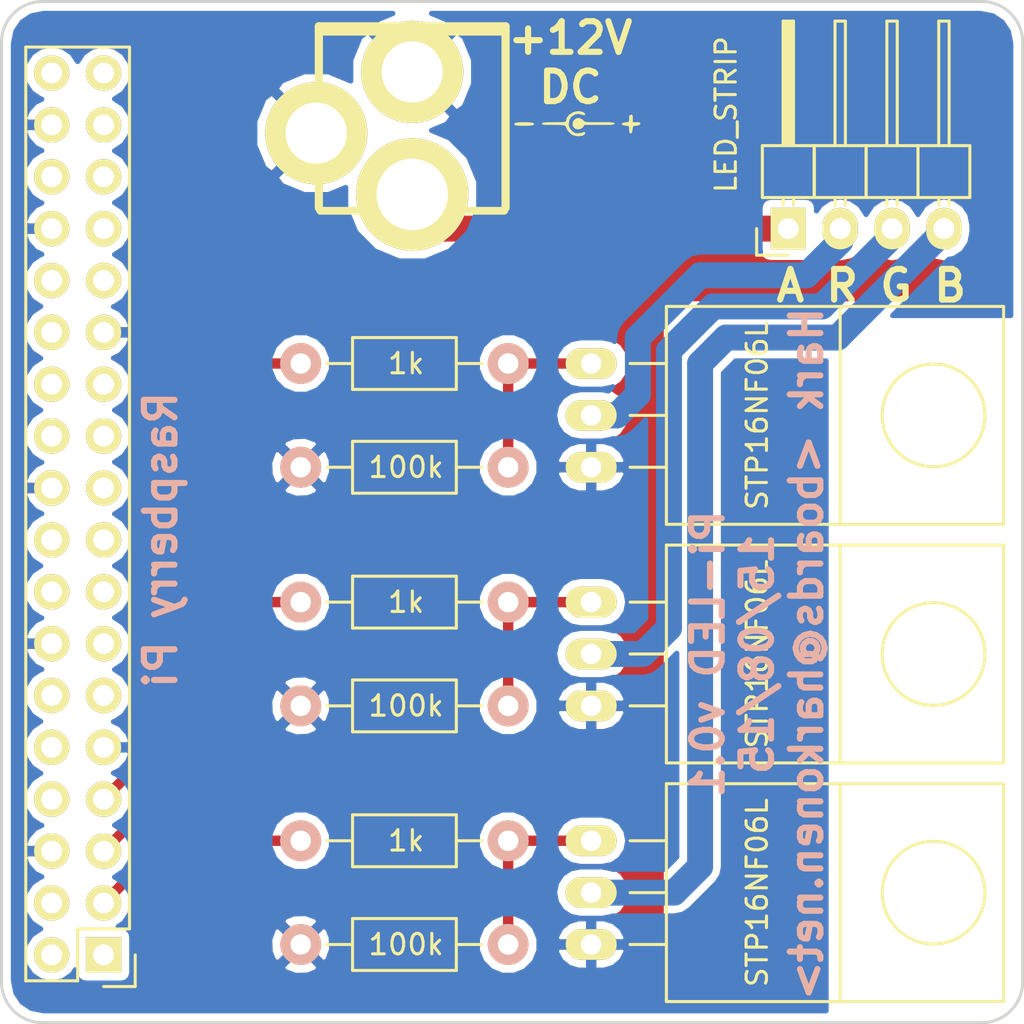
<source format=kicad_pcb>
(kicad_pcb (version 4) (host pcbnew 0.201507280910+6003~25~ubuntu14.04.1-product)

  (general
    (links 27)
    (no_connects 0)
    (area 89.924999 59.924999 140.075001 110.075001)
    (thickness 1.6)
    (drawings 12)
    (tracks 44)
    (zones 0)
    (modules 13)
    (nets 12)
  )

  (page A4)
  (layers
    (0 F.Cu signal)
    (31 B.Cu signal)
    (32 B.Adhes user)
    (33 F.Adhes user)
    (34 B.Paste user)
    (35 F.Paste user)
    (36 B.SilkS user)
    (37 F.SilkS user)
    (38 B.Mask user)
    (39 F.Mask user)
    (40 Dwgs.User user)
    (41 Cmts.User user)
    (42 Eco1.User user)
    (43 Eco2.User user)
    (44 Edge.Cuts user)
    (45 Margin user)
    (46 B.CrtYd user)
    (47 F.CrtYd user)
    (48 B.Fab user)
    (49 F.Fab user)
  )

  (setup
    (last_trace_width 1.27)
    (user_trace_width 0.254)
    (user_trace_width 0.508)
    (user_trace_width 1.016)
    (user_trace_width 1.27)
    (trace_clearance 0.2)
    (zone_clearance 0.508)
    (zone_45_only yes)
    (trace_min 0.2032)
    (segment_width 0.2)
    (edge_width 0.15)
    (via_size 0.6)
    (via_drill 0.4)
    (via_min_size 0.4064)
    (via_min_drill 0.3)
    (uvia_size 0.3)
    (uvia_drill 0.1)
    (uvias_allowed no)
    (uvia_min_size 0)
    (uvia_min_drill 0)
    (pcb_text_width 0.3)
    (pcb_text_size 1.5 1.5)
    (mod_edge_width 0.15)
    (mod_text_size 1 1)
    (mod_text_width 0.15)
    (pad_size 1.524 1.524)
    (pad_drill 0.762)
    (pad_to_mask_clearance 0.2)
    (aux_axis_origin 0 0)
    (visible_elements FFFFFF7F)
    (pcbplotparams
      (layerselection 0x00030_80000001)
      (usegerberextensions false)
      (excludeedgelayer true)
      (linewidth 0.100000)
      (plotframeref false)
      (viasonmask false)
      (mode 1)
      (useauxorigin false)
      (hpglpennumber 1)
      (hpglpenspeed 20)
      (hpglpendiameter 15)
      (hpglpenoverlay 2)
      (psnegative false)
      (psa4output false)
      (plotreference true)
      (plotvalue true)
      (plotinvisibletext false)
      (padsonsilk false)
      (subtractmaskfromsilk false)
      (outputformat 1)
      (mirror false)
      (drillshape 1)
      (scaleselection 1)
      (outputdirectory ""))
  )

  (net 0 "")
  (net 1 +12V)
  (net 2 GND)
  (net 3 /LED_R)
  (net 4 /LED_G)
  (net 5 /LED_B)
  (net 6 /GPIO2)
  (net 7 /GPIO3)
  (net 8 /GPIO4)
  (net 9 "Net-(Q1-Pad1)")
  (net 10 "Net-(Q2-Pad1)")
  (net 11 "Net-(Q3-Pad1)")

  (net_class Default "This is the default net class."
    (clearance 0.2)
    (trace_width 0.25)
    (via_dia 0.6)
    (via_drill 0.4)
    (uvia_dia 0.3)
    (uvia_drill 0.1)
    (add_net +12V)
    (add_net /GPIO2)
    (add_net /GPIO3)
    (add_net /GPIO4)
    (add_net /LED_B)
    (add_net /LED_G)
    (add_net /LED_R)
    (add_net GND)
    (add_net "Net-(Q1-Pad1)")
    (add_net "Net-(Q2-Pad1)")
    (add_net "Net-(Q3-Pad1)")
  )

  (module Pin_Headers:Pin_Header_Angled_1x04 (layer F.Cu) (tedit 55CF2C84) (tstamp 55CE5B1D)
    (at 128.524 71.12 90)
    (descr "Through hole pin header")
    (tags "pin header")
    (path /55CE4C25)
    (fp_text reference P1 (at 0 -5.1 90) (layer F.SilkS) hide
      (effects (font (size 1 1) (thickness 0.15)))
    )
    (fp_text value LED_STRIP (at 5.588 -3.048 270) (layer F.SilkS)
      (effects (font (size 1 1) (thickness 0.15)))
    )
    (fp_line (start -1.5 -1.75) (end -1.5 9.4) (layer F.CrtYd) (width 0.05))
    (fp_line (start 10.65 -1.75) (end 10.65 9.4) (layer F.CrtYd) (width 0.05))
    (fp_line (start -1.5 -1.75) (end 10.65 -1.75) (layer F.CrtYd) (width 0.05))
    (fp_line (start -1.5 9.4) (end 10.65 9.4) (layer F.CrtYd) (width 0.05))
    (fp_line (start -1.3 -1.55) (end -1.3 0) (layer F.SilkS) (width 0.15))
    (fp_line (start 0 -1.55) (end -1.3 -1.55) (layer F.SilkS) (width 0.15))
    (fp_line (start 4.191 -0.127) (end 10.033 -0.127) (layer F.SilkS) (width 0.15))
    (fp_line (start 10.033 -0.127) (end 10.033 0.127) (layer F.SilkS) (width 0.15))
    (fp_line (start 10.033 0.127) (end 4.191 0.127) (layer F.SilkS) (width 0.15))
    (fp_line (start 4.191 0.127) (end 4.191 0) (layer F.SilkS) (width 0.15))
    (fp_line (start 4.191 0) (end 10.033 0) (layer F.SilkS) (width 0.15))
    (fp_line (start 1.524 -0.254) (end 1.143 -0.254) (layer F.SilkS) (width 0.15))
    (fp_line (start 1.524 0.254) (end 1.143 0.254) (layer F.SilkS) (width 0.15))
    (fp_line (start 1.524 2.286) (end 1.143 2.286) (layer F.SilkS) (width 0.15))
    (fp_line (start 1.524 2.794) (end 1.143 2.794) (layer F.SilkS) (width 0.15))
    (fp_line (start 1.524 4.826) (end 1.143 4.826) (layer F.SilkS) (width 0.15))
    (fp_line (start 1.524 5.334) (end 1.143 5.334) (layer F.SilkS) (width 0.15))
    (fp_line (start 1.524 7.874) (end 1.143 7.874) (layer F.SilkS) (width 0.15))
    (fp_line (start 1.524 7.366) (end 1.143 7.366) (layer F.SilkS) (width 0.15))
    (fp_line (start 1.524 -1.27) (end 4.064 -1.27) (layer F.SilkS) (width 0.15))
    (fp_line (start 1.524 1.27) (end 4.064 1.27) (layer F.SilkS) (width 0.15))
    (fp_line (start 1.524 1.27) (end 1.524 3.81) (layer F.SilkS) (width 0.15))
    (fp_line (start 1.524 3.81) (end 4.064 3.81) (layer F.SilkS) (width 0.15))
    (fp_line (start 4.064 2.286) (end 10.16 2.286) (layer F.SilkS) (width 0.15))
    (fp_line (start 10.16 2.286) (end 10.16 2.794) (layer F.SilkS) (width 0.15))
    (fp_line (start 10.16 2.794) (end 4.064 2.794) (layer F.SilkS) (width 0.15))
    (fp_line (start 4.064 3.81) (end 4.064 1.27) (layer F.SilkS) (width 0.15))
    (fp_line (start 4.064 1.27) (end 4.064 -1.27) (layer F.SilkS) (width 0.15))
    (fp_line (start 10.16 0.254) (end 4.064 0.254) (layer F.SilkS) (width 0.15))
    (fp_line (start 10.16 -0.254) (end 10.16 0.254) (layer F.SilkS) (width 0.15))
    (fp_line (start 4.064 -0.254) (end 10.16 -0.254) (layer F.SilkS) (width 0.15))
    (fp_line (start 1.524 1.27) (end 4.064 1.27) (layer F.SilkS) (width 0.15))
    (fp_line (start 1.524 -1.27) (end 1.524 1.27) (layer F.SilkS) (width 0.15))
    (fp_line (start 1.524 6.35) (end 4.064 6.35) (layer F.SilkS) (width 0.15))
    (fp_line (start 1.524 6.35) (end 1.524 8.89) (layer F.SilkS) (width 0.15))
    (fp_line (start 1.524 8.89) (end 4.064 8.89) (layer F.SilkS) (width 0.15))
    (fp_line (start 4.064 7.366) (end 10.16 7.366) (layer F.SilkS) (width 0.15))
    (fp_line (start 10.16 7.366) (end 10.16 7.874) (layer F.SilkS) (width 0.15))
    (fp_line (start 10.16 7.874) (end 4.064 7.874) (layer F.SilkS) (width 0.15))
    (fp_line (start 4.064 8.89) (end 4.064 6.35) (layer F.SilkS) (width 0.15))
    (fp_line (start 4.064 6.35) (end 4.064 3.81) (layer F.SilkS) (width 0.15))
    (fp_line (start 10.16 5.334) (end 4.064 5.334) (layer F.SilkS) (width 0.15))
    (fp_line (start 10.16 4.826) (end 10.16 5.334) (layer F.SilkS) (width 0.15))
    (fp_line (start 4.064 4.826) (end 10.16 4.826) (layer F.SilkS) (width 0.15))
    (fp_line (start 1.524 6.35) (end 4.064 6.35) (layer F.SilkS) (width 0.15))
    (fp_line (start 1.524 3.81) (end 1.524 6.35) (layer F.SilkS) (width 0.15))
    (fp_line (start 1.524 3.81) (end 4.064 3.81) (layer F.SilkS) (width 0.15))
    (pad 1 thru_hole rect (at 0 0 90) (size 2.032 1.7272) (drill 1.016) (layers *.Cu *.Mask F.SilkS)
      (net 1 +12V))
    (pad 2 thru_hole oval (at 0 2.54 90) (size 2.032 1.7272) (drill 1.016) (layers *.Cu *.Mask F.SilkS)
      (net 3 /LED_R))
    (pad 3 thru_hole oval (at 0 5.08 90) (size 2.032 1.7272) (drill 1.016) (layers *.Cu *.Mask F.SilkS)
      (net 4 /LED_G))
    (pad 4 thru_hole oval (at 0 7.62 90) (size 2.032 1.7272) (drill 1.016) (layers *.Cu *.Mask F.SilkS)
      (net 5 /LED_B))
    (model Pin_Headers.3dshapes/Pin_Header_Angled_1x04.wrl
      (at (xyz 0 -0.15 0))
      (scale (xyz 1 1 1))
      (rotate (xyz 0 0 90))
    )
  )

  (module Resistors_ThroughHole:Resistor_Horizontal_RM10mm (layer F.Cu) (tedit 55CF2142) (tstamp 55CE5B98)
    (at 109.728 77.724 180)
    (descr "Resistor, Axial,  RM 10mm, 1/3W,")
    (tags "Resistor, Axial, RM 10mm, 1/3W,")
    (path /55CE65BB)
    (fp_text reference R1 (at 0.24892 -3.50012 180) (layer F.SilkS) hide
      (effects (font (size 1 1) (thickness 0.15)))
    )
    (fp_text value 1k (at -0.08 0 180) (layer F.SilkS)
      (effects (font (size 1 1) (thickness 0.15)))
    )
    (fp_line (start -2.54 -1.27) (end 2.54 -1.27) (layer F.SilkS) (width 0.15))
    (fp_line (start 2.54 -1.27) (end 2.54 1.27) (layer F.SilkS) (width 0.15))
    (fp_line (start 2.54 1.27) (end -2.54 1.27) (layer F.SilkS) (width 0.15))
    (fp_line (start -2.54 1.27) (end -2.54 -1.27) (layer F.SilkS) (width 0.15))
    (fp_line (start -2.54 0) (end -3.81 0) (layer F.SilkS) (width 0.15))
    (fp_line (start 2.54 0) (end 3.81 0) (layer F.SilkS) (width 0.15))
    (pad 1 thru_hole circle (at -5.08 0 180) (size 1.99898 1.99898) (drill 1.00076) (layers *.Cu *.SilkS *.Mask)
      (net 9 "Net-(Q1-Pad1)"))
    (pad 2 thru_hole circle (at 5.08 0 180) (size 1.99898 1.99898) (drill 1.00076) (layers *.Cu *.SilkS *.Mask)
      (net 8 /GPIO4))
    (model Resistors_ThroughHole.3dshapes/Resistor_Horizontal_RM10mm.wrl
      (at (xyz 0 0 0))
      (scale (xyz 0.4 0.4 0.4))
      (rotate (xyz 0 0 0))
    )
  )

  (module Resistors_ThroughHole:Resistor_Horizontal_RM10mm (layer F.Cu) (tedit 55CF2B89) (tstamp 55CE5BA4)
    (at 109.728 89.408 180)
    (descr "Resistor, Axial,  RM 10mm, 1/3W,")
    (tags "Resistor, Axial, RM 10mm, 1/3W,")
    (path /55CE6134)
    (fp_text reference R2 (at 0.24892 -3.50012 180) (layer F.SilkS) hide
      (effects (font (size 1 1) (thickness 0.15)))
    )
    (fp_text value 1k (at -0.08 0 180) (layer F.SilkS)
      (effects (font (size 1 1) (thickness 0.15)))
    )
    (fp_line (start -2.54 -1.27) (end 2.54 -1.27) (layer F.SilkS) (width 0.15))
    (fp_line (start 2.54 -1.27) (end 2.54 1.27) (layer F.SilkS) (width 0.15))
    (fp_line (start 2.54 1.27) (end -2.54 1.27) (layer F.SilkS) (width 0.15))
    (fp_line (start -2.54 1.27) (end -2.54 -1.27) (layer F.SilkS) (width 0.15))
    (fp_line (start -2.54 0) (end -3.81 0) (layer F.SilkS) (width 0.15))
    (fp_line (start 2.54 0) (end 3.81 0) (layer F.SilkS) (width 0.15))
    (pad 1 thru_hole circle (at -5.08 0 180) (size 1.99898 1.99898) (drill 1.00076) (layers *.Cu *.SilkS *.Mask)
      (net 10 "Net-(Q2-Pad1)"))
    (pad 2 thru_hole circle (at 5.08 0 180) (size 1.99898 1.99898) (drill 1.00076) (layers *.Cu *.SilkS *.Mask)
      (net 7 /GPIO3))
    (model Resistors_ThroughHole.3dshapes/Resistor_Horizontal_RM10mm.wrl
      (at (xyz 0 0 0))
      (scale (xyz 0.4 0.4 0.4))
      (rotate (xyz 0 0 0))
    )
  )

  (module Resistors_ThroughHole:Resistor_Horizontal_RM10mm (layer F.Cu) (tedit 55CF2B97) (tstamp 55CE5BB0)
    (at 109.728 101.092 180)
    (descr "Resistor, Axial,  RM 10mm, 1/3W,")
    (tags "Resistor, Axial, RM 10mm, 1/3W,")
    (path /55CE5E2E)
    (fp_text reference R3 (at 0.24892 -3.50012 180) (layer F.SilkS) hide
      (effects (font (size 1 1) (thickness 0.15)))
    )
    (fp_text value 1k (at -0.08 0 180) (layer F.SilkS)
      (effects (font (size 1 1) (thickness 0.15)))
    )
    (fp_line (start -2.54 -1.27) (end 2.54 -1.27) (layer F.SilkS) (width 0.15))
    (fp_line (start 2.54 -1.27) (end 2.54 1.27) (layer F.SilkS) (width 0.15))
    (fp_line (start 2.54 1.27) (end -2.54 1.27) (layer F.SilkS) (width 0.15))
    (fp_line (start -2.54 1.27) (end -2.54 -1.27) (layer F.SilkS) (width 0.15))
    (fp_line (start -2.54 0) (end -3.81 0) (layer F.SilkS) (width 0.15))
    (fp_line (start 2.54 0) (end 3.81 0) (layer F.SilkS) (width 0.15))
    (pad 1 thru_hole circle (at -5.08 0 180) (size 1.99898 1.99898) (drill 1.00076) (layers *.Cu *.SilkS *.Mask)
      (net 11 "Net-(Q3-Pad1)"))
    (pad 2 thru_hole circle (at 5.08 0 180) (size 1.99898 1.99898) (drill 1.00076) (layers *.Cu *.SilkS *.Mask)
      (net 6 /GPIO2))
    (model Resistors_ThroughHole.3dshapes/Resistor_Horizontal_RM10mm.wrl
      (at (xyz 0 0 0))
      (scale (xyz 0.4 0.4 0.4))
      (rotate (xyz 0 0 0))
    )
  )

  (module Resistors_ThroughHole:Resistor_Horizontal_RM10mm (layer F.Cu) (tedit 55CF2B83) (tstamp 55CE5BBC)
    (at 109.728 82.804 180)
    (descr "Resistor, Axial,  RM 10mm, 1/3W,")
    (tags "Resistor, Axial, RM 10mm, 1/3W,")
    (path /55CE65C2)
    (fp_text reference R4 (at 0.24892 -3.50012 180) (layer F.SilkS) hide
      (effects (font (size 1 1) (thickness 0.15)))
    )
    (fp_text value 100k (at -0.08 0 180) (layer F.SilkS)
      (effects (font (size 1 1) (thickness 0.15)))
    )
    (fp_line (start -2.54 -1.27) (end 2.54 -1.27) (layer F.SilkS) (width 0.15))
    (fp_line (start 2.54 -1.27) (end 2.54 1.27) (layer F.SilkS) (width 0.15))
    (fp_line (start 2.54 1.27) (end -2.54 1.27) (layer F.SilkS) (width 0.15))
    (fp_line (start -2.54 1.27) (end -2.54 -1.27) (layer F.SilkS) (width 0.15))
    (fp_line (start -2.54 0) (end -3.81 0) (layer F.SilkS) (width 0.15))
    (fp_line (start 2.54 0) (end 3.81 0) (layer F.SilkS) (width 0.15))
    (pad 1 thru_hole circle (at -5.08 0 180) (size 1.99898 1.99898) (drill 1.00076) (layers *.Cu *.SilkS *.Mask)
      (net 9 "Net-(Q1-Pad1)"))
    (pad 2 thru_hole circle (at 5.08 0 180) (size 1.99898 1.99898) (drill 1.00076) (layers *.Cu *.SilkS *.Mask)
      (net 2 GND))
    (model Resistors_ThroughHole.3dshapes/Resistor_Horizontal_RM10mm.wrl
      (at (xyz 0 0 0))
      (scale (xyz 0.4 0.4 0.4))
      (rotate (xyz 0 0 0))
    )
  )

  (module Resistors_ThroughHole:Resistor_Horizontal_RM10mm (layer F.Cu) (tedit 55CF2B91) (tstamp 55CE5BC8)
    (at 109.728 94.488 180)
    (descr "Resistor, Axial,  RM 10mm, 1/3W,")
    (tags "Resistor, Axial, RM 10mm, 1/3W,")
    (path /55CE613B)
    (fp_text reference R5 (at 0.24892 -3.50012 180) (layer F.SilkS) hide
      (effects (font (size 1 1) (thickness 0.15)))
    )
    (fp_text value 100k (at -0.08 0 180) (layer F.SilkS)
      (effects (font (size 1 1) (thickness 0.15)))
    )
    (fp_line (start -2.54 -1.27) (end 2.54 -1.27) (layer F.SilkS) (width 0.15))
    (fp_line (start 2.54 -1.27) (end 2.54 1.27) (layer F.SilkS) (width 0.15))
    (fp_line (start 2.54 1.27) (end -2.54 1.27) (layer F.SilkS) (width 0.15))
    (fp_line (start -2.54 1.27) (end -2.54 -1.27) (layer F.SilkS) (width 0.15))
    (fp_line (start -2.54 0) (end -3.81 0) (layer F.SilkS) (width 0.15))
    (fp_line (start 2.54 0) (end 3.81 0) (layer F.SilkS) (width 0.15))
    (pad 1 thru_hole circle (at -5.08 0 180) (size 1.99898 1.99898) (drill 1.00076) (layers *.Cu *.SilkS *.Mask)
      (net 10 "Net-(Q2-Pad1)"))
    (pad 2 thru_hole circle (at 5.08 0 180) (size 1.99898 1.99898) (drill 1.00076) (layers *.Cu *.SilkS *.Mask)
      (net 2 GND))
    (model Resistors_ThroughHole.3dshapes/Resistor_Horizontal_RM10mm.wrl
      (at (xyz 0 0 0))
      (scale (xyz 0.4 0.4 0.4))
      (rotate (xyz 0 0 0))
    )
  )

  (module Resistors_ThroughHole:Resistor_Horizontal_RM10mm (layer F.Cu) (tedit 55CF2B9D) (tstamp 55CE5BD4)
    (at 109.728 106.172 180)
    (descr "Resistor, Axial,  RM 10mm, 1/3W,")
    (tags "Resistor, Axial, RM 10mm, 1/3W,")
    (path /55CE5F62)
    (fp_text reference R6 (at 0.24892 -3.50012 180) (layer F.SilkS) hide
      (effects (font (size 1 1) (thickness 0.15)))
    )
    (fp_text value 100k (at -0.08 0 180) (layer F.SilkS)
      (effects (font (size 1 1) (thickness 0.15)))
    )
    (fp_line (start -2.54 -1.27) (end 2.54 -1.27) (layer F.SilkS) (width 0.15))
    (fp_line (start 2.54 -1.27) (end 2.54 1.27) (layer F.SilkS) (width 0.15))
    (fp_line (start 2.54 1.27) (end -2.54 1.27) (layer F.SilkS) (width 0.15))
    (fp_line (start -2.54 1.27) (end -2.54 -1.27) (layer F.SilkS) (width 0.15))
    (fp_line (start -2.54 0) (end -3.81 0) (layer F.SilkS) (width 0.15))
    (fp_line (start 2.54 0) (end 3.81 0) (layer F.SilkS) (width 0.15))
    (pad 1 thru_hole circle (at -5.08 0 180) (size 1.99898 1.99898) (drill 1.00076) (layers *.Cu *.SilkS *.Mask)
      (net 11 "Net-(Q3-Pad1)"))
    (pad 2 thru_hole circle (at 5.08 0 180) (size 1.99898 1.99898) (drill 1.00076) (layers *.Cu *.SilkS *.Mask)
      (net 2 GND))
    (model Resistors_ThroughHole.3dshapes/Resistor_Horizontal_RM10mm.wrl
      (at (xyz 0 0 0))
      (scale (xyz 0.4 0.4 0.4))
      (rotate (xyz 0 0 0))
    )
  )

  (module Transistors_TO-220:TO-220_Neutral123_Horizontal (layer F.Cu) (tedit 55CFA2CD) (tstamp 55CE5EF3)
    (at 118.872 80.264 270)
    (descr "TO-220, Neutral, Horizontal,")
    (tags "TO-220, Neutral, Horizontal,")
    (path /55CE65B4)
    (fp_text reference Q1 (at 0 -22.3012 270) (layer F.SilkS) hide
      (effects (font (size 1 1) (thickness 0.15)))
    )
    (fp_text value STP16NF06L (at 0 -8.128 270) (layer F.SilkS)
      (effects (font (size 1 1) (thickness 0.15)))
    )
    (fp_circle (center 0 -16.764) (end 1.778 -14.986) (layer F.SilkS) (width 0.15))
    (fp_line (start -2.54 -3.683) (end -2.54 -1.905) (layer F.SilkS) (width 0.15))
    (fp_line (start 0 -3.683) (end 0 -1.905) (layer F.SilkS) (width 0.15))
    (fp_line (start 2.54 -3.683) (end 2.54 -1.905) (layer F.SilkS) (width 0.15))
    (fp_line (start 5.334 -12.192) (end 5.334 -20.193) (layer F.SilkS) (width 0.15))
    (fp_line (start 5.334 -20.193) (end -5.334 -20.193) (layer F.SilkS) (width 0.15))
    (fp_line (start -5.334 -20.193) (end -5.334 -12.192) (layer F.SilkS) (width 0.15))
    (fp_line (start 5.334 -3.683) (end 5.334 -12.192) (layer F.SilkS) (width 0.15))
    (fp_line (start 5.334 -12.192) (end -5.334 -12.192) (layer F.SilkS) (width 0.15))
    (fp_line (start -5.334 -12.192) (end -5.334 -3.683) (layer F.SilkS) (width 0.15))
    (fp_line (start 0 -3.683) (end -5.334 -3.683) (layer F.SilkS) (width 0.15))
    (fp_line (start 0 -3.683) (end 5.334 -3.683) (layer F.SilkS) (width 0.15))
    (pad 2 thru_hole oval (at 0 0) (size 2.49936 1.50114) (drill 1.00076) (layers *.Cu *.Mask F.SilkS)
      (net 3 /LED_R))
    (pad 1 thru_hole oval (at -2.54 0) (size 2.49936 1.50114) (drill 1.00076) (layers *.Cu *.Mask F.SilkS)
      (net 9 "Net-(Q1-Pad1)"))
    (pad 3 thru_hole oval (at 2.54 0) (size 2.49936 1.50114) (drill 1.00076) (layers *.Cu *.Mask F.SilkS)
      (net 2 GND))
    (pad "" np_thru_hole circle (at 0 -16.764) (size 3.79984 3.79984) (drill 3.79984) (layers *.Cu *.Mask F.SilkS))
    (model Transistors_TO-220.3dshapes/TO-220_Neutral123_Horizontal.wrl
      (at (xyz 0 0 0))
      (scale (xyz 0.3937 0.3937 0.3937))
      (rotate (xyz 0 0 0))
    )
  )

  (module Transistors_TO-220:TO-220_Neutral123_Horizontal (layer F.Cu) (tedit 55CFA2D2) (tstamp 55CE5F06)
    (at 118.872 91.948 270)
    (descr "TO-220, Neutral, Horizontal,")
    (tags "TO-220, Neutral, Horizontal,")
    (path /55CE612D)
    (fp_text reference Q2 (at 0 -22.3012 270) (layer F.SilkS) hide
      (effects (font (size 1 1) (thickness 0.15)))
    )
    (fp_text value STP16NF06L (at 0 -8.128 270) (layer F.SilkS)
      (effects (font (size 1 1) (thickness 0.15)))
    )
    (fp_circle (center 0 -16.764) (end 1.778 -14.986) (layer F.SilkS) (width 0.15))
    (fp_line (start -2.54 -3.683) (end -2.54 -1.905) (layer F.SilkS) (width 0.15))
    (fp_line (start 0 -3.683) (end 0 -1.905) (layer F.SilkS) (width 0.15))
    (fp_line (start 2.54 -3.683) (end 2.54 -1.905) (layer F.SilkS) (width 0.15))
    (fp_line (start 5.334 -12.192) (end 5.334 -20.193) (layer F.SilkS) (width 0.15))
    (fp_line (start 5.334 -20.193) (end -5.334 -20.193) (layer F.SilkS) (width 0.15))
    (fp_line (start -5.334 -20.193) (end -5.334 -12.192) (layer F.SilkS) (width 0.15))
    (fp_line (start 5.334 -3.683) (end 5.334 -12.192) (layer F.SilkS) (width 0.15))
    (fp_line (start 5.334 -12.192) (end -5.334 -12.192) (layer F.SilkS) (width 0.15))
    (fp_line (start -5.334 -12.192) (end -5.334 -3.683) (layer F.SilkS) (width 0.15))
    (fp_line (start 0 -3.683) (end -5.334 -3.683) (layer F.SilkS) (width 0.15))
    (fp_line (start 0 -3.683) (end 5.334 -3.683) (layer F.SilkS) (width 0.15))
    (pad 2 thru_hole oval (at 0 0) (size 2.49936 1.50114) (drill 1.00076) (layers *.Cu *.Mask F.SilkS)
      (net 4 /LED_G))
    (pad 1 thru_hole oval (at -2.54 0) (size 2.49936 1.50114) (drill 1.00076) (layers *.Cu *.Mask F.SilkS)
      (net 10 "Net-(Q2-Pad1)"))
    (pad 3 thru_hole oval (at 2.54 0) (size 2.49936 1.50114) (drill 1.00076) (layers *.Cu *.Mask F.SilkS)
      (net 2 GND))
    (pad "" np_thru_hole circle (at 0 -16.764) (size 3.79984 3.79984) (drill 3.79984) (layers *.Cu *.Mask F.SilkS))
    (model Transistors_TO-220.3dshapes/TO-220_Neutral123_Horizontal.wrl
      (at (xyz 0 0 0))
      (scale (xyz 0.3937 0.3937 0.3937))
      (rotate (xyz 0 0 0))
    )
  )

  (module Transistors_TO-220:TO-220_Neutral123_Horizontal (layer F.Cu) (tedit 55CFA2D8) (tstamp 55CE5F19)
    (at 118.872 103.632 270)
    (descr "TO-220, Neutral, Horizontal,")
    (tags "TO-220, Neutral, Horizontal,")
    (path /55CE53C0)
    (fp_text reference Q3 (at 0 -22.3012 270) (layer F.SilkS) hide
      (effects (font (size 1 1) (thickness 0.15)))
    )
    (fp_text value STP16NF06L (at 0 -8.128 270) (layer F.SilkS)
      (effects (font (size 1 1) (thickness 0.15)))
    )
    (fp_circle (center 0 -16.764) (end 1.778 -14.986) (layer F.SilkS) (width 0.15))
    (fp_line (start -2.54 -3.683) (end -2.54 -1.905) (layer F.SilkS) (width 0.15))
    (fp_line (start 0 -3.683) (end 0 -1.905) (layer F.SilkS) (width 0.15))
    (fp_line (start 2.54 -3.683) (end 2.54 -1.905) (layer F.SilkS) (width 0.15))
    (fp_line (start 5.334 -12.192) (end 5.334 -20.193) (layer F.SilkS) (width 0.15))
    (fp_line (start 5.334 -20.193) (end -5.334 -20.193) (layer F.SilkS) (width 0.15))
    (fp_line (start -5.334 -20.193) (end -5.334 -12.192) (layer F.SilkS) (width 0.15))
    (fp_line (start 5.334 -3.683) (end 5.334 -12.192) (layer F.SilkS) (width 0.15))
    (fp_line (start 5.334 -12.192) (end -5.334 -12.192) (layer F.SilkS) (width 0.15))
    (fp_line (start -5.334 -12.192) (end -5.334 -3.683) (layer F.SilkS) (width 0.15))
    (fp_line (start 0 -3.683) (end -5.334 -3.683) (layer F.SilkS) (width 0.15))
    (fp_line (start 0 -3.683) (end 5.334 -3.683) (layer F.SilkS) (width 0.15))
    (pad 2 thru_hole oval (at 0 0) (size 2.49936 1.50114) (drill 1.00076) (layers *.Cu *.Mask F.SilkS)
      (net 5 /LED_B))
    (pad 1 thru_hole oval (at -2.54 0) (size 2.49936 1.50114) (drill 1.00076) (layers *.Cu *.Mask F.SilkS)
      (net 11 "Net-(Q3-Pad1)"))
    (pad 3 thru_hole oval (at 2.54 0) (size 2.49936 1.50114) (drill 1.00076) (layers *.Cu *.Mask F.SilkS)
      (net 2 GND))
    (pad "" np_thru_hole circle (at 0 -16.764) (size 3.79984 3.79984) (drill 3.79984) (layers *.Cu *.Mask F.SilkS))
    (model Transistors_TO-220.3dshapes/TO-220_Neutral123_Horizontal.wrl
      (at (xyz 0 0 0))
      (scale (xyz 0.3937 0.3937 0.3937))
      (rotate (xyz 0 0 0))
    )
  )

  (module Pin_Headers:Pin_Header_Straight_2x18 (layer F.Cu) (tedit 55CF1F73) (tstamp 55CE68D1)
    (at 94.996 106.68 180)
    (descr "Through hole pin header")
    (tags "pin header")
    (path /55CE9269)
    (fp_text reference P2 (at 0 -5.1 180) (layer F.SilkS) hide
      (effects (font (size 1 1) (thickness 0.15)))
    )
    (fp_text value RiPi (at 0 -3.1 180) (layer F.Fab) hide
      (effects (font (size 1 1) (thickness 0.15)))
    )
    (fp_line (start -1.75 -1.75) (end -1.75 44.95) (layer F.CrtYd) (width 0.05))
    (fp_line (start 4.3 -1.75) (end 4.3 44.95) (layer F.CrtYd) (width 0.05))
    (fp_line (start -1.75 -1.75) (end 4.3 -1.75) (layer F.CrtYd) (width 0.05))
    (fp_line (start -1.75 44.95) (end 4.3 44.95) (layer F.CrtYd) (width 0.05))
    (fp_line (start 3.81 -1.27) (end 3.81 44.45) (layer F.SilkS) (width 0.15))
    (fp_line (start -1.27 44.45) (end -1.27 1.27) (layer F.SilkS) (width 0.15))
    (fp_line (start 3.81 44.45) (end -1.27 44.45) (layer F.SilkS) (width 0.15))
    (fp_line (start 3.81 -1.27) (end 1.27 -1.27) (layer F.SilkS) (width 0.15))
    (fp_line (start 0 -1.55) (end -1.55 -1.55) (layer F.SilkS) (width 0.15))
    (fp_line (start 1.27 -1.27) (end 1.27 1.27) (layer F.SilkS) (width 0.15))
    (fp_line (start 1.27 1.27) (end -1.27 1.27) (layer F.SilkS) (width 0.15))
    (fp_line (start -1.55 -1.55) (end -1.55 0) (layer F.SilkS) (width 0.15))
    (pad 1 thru_hole rect (at 0 0 180) (size 1.7272 1.7272) (drill 1.016) (layers *.Cu *.Mask F.SilkS))
    (pad 2 thru_hole oval (at 2.54 0 180) (size 1.7272 1.7272) (drill 1.016) (layers *.Cu *.Mask F.SilkS))
    (pad 3 thru_hole oval (at 0 2.54 180) (size 1.7272 1.7272) (drill 1.016) (layers *.Cu *.Mask F.SilkS)
      (net 6 /GPIO2))
    (pad 4 thru_hole oval (at 2.54 2.54 180) (size 1.7272 1.7272) (drill 1.016) (layers *.Cu *.Mask F.SilkS))
    (pad 5 thru_hole oval (at 0 5.08 180) (size 1.7272 1.7272) (drill 1.016) (layers *.Cu *.Mask F.SilkS)
      (net 7 /GPIO3))
    (pad 6 thru_hole oval (at 2.54 5.08 180) (size 1.7272 1.7272) (drill 1.016) (layers *.Cu *.Mask F.SilkS)
      (net 2 GND))
    (pad 7 thru_hole oval (at 0 7.62 180) (size 1.7272 1.7272) (drill 1.016) (layers *.Cu *.Mask F.SilkS)
      (net 8 /GPIO4))
    (pad 8 thru_hole oval (at 2.54 7.62 180) (size 1.7272 1.7272) (drill 1.016) (layers *.Cu *.Mask F.SilkS))
    (pad 9 thru_hole oval (at 0 10.16 180) (size 1.7272 1.7272) (drill 1.016) (layers *.Cu *.Mask F.SilkS)
      (net 2 GND))
    (pad 10 thru_hole oval (at 2.54 10.16 180) (size 1.7272 1.7272) (drill 1.016) (layers *.Cu *.Mask F.SilkS))
    (pad 11 thru_hole oval (at 0 12.7 180) (size 1.7272 1.7272) (drill 1.016) (layers *.Cu *.Mask F.SilkS))
    (pad 12 thru_hole oval (at 2.54 12.7 180) (size 1.7272 1.7272) (drill 1.016) (layers *.Cu *.Mask F.SilkS))
    (pad 13 thru_hole oval (at 0 15.24 180) (size 1.7272 1.7272) (drill 1.016) (layers *.Cu *.Mask F.SilkS))
    (pad 14 thru_hole oval (at 2.54 15.24 180) (size 1.7272 1.7272) (drill 1.016) (layers *.Cu *.Mask F.SilkS)
      (net 2 GND))
    (pad 15 thru_hole oval (at 0 17.78 180) (size 1.7272 1.7272) (drill 1.016) (layers *.Cu *.Mask F.SilkS))
    (pad 16 thru_hole oval (at 2.54 17.78 180) (size 1.7272 1.7272) (drill 1.016) (layers *.Cu *.Mask F.SilkS))
    (pad 17 thru_hole oval (at 0 20.32 180) (size 1.7272 1.7272) (drill 1.016) (layers *.Cu *.Mask F.SilkS))
    (pad 18 thru_hole oval (at 2.54 20.32 180) (size 1.7272 1.7272) (drill 1.016) (layers *.Cu *.Mask F.SilkS))
    (pad 19 thru_hole oval (at 0 22.86 180) (size 1.7272 1.7272) (drill 1.016) (layers *.Cu *.Mask F.SilkS))
    (pad 20 thru_hole oval (at 2.54 22.86 180) (size 1.7272 1.7272) (drill 1.016) (layers *.Cu *.Mask F.SilkS)
      (net 2 GND))
    (pad 21 thru_hole oval (at 0 25.4 180) (size 1.7272 1.7272) (drill 1.016) (layers *.Cu *.Mask F.SilkS))
    (pad 22 thru_hole oval (at 2.54 25.4 180) (size 1.7272 1.7272) (drill 1.016) (layers *.Cu *.Mask F.SilkS))
    (pad 23 thru_hole oval (at 0 27.94 180) (size 1.7272 1.7272) (drill 1.016) (layers *.Cu *.Mask F.SilkS))
    (pad 24 thru_hole oval (at 2.54 27.94 180) (size 1.7272 1.7272) (drill 1.016) (layers *.Cu *.Mask F.SilkS))
    (pad 25 thru_hole oval (at 0 30.48 180) (size 1.7272 1.7272) (drill 1.016) (layers *.Cu *.Mask F.SilkS)
      (net 2 GND))
    (pad 26 thru_hole oval (at 2.54 30.48 180) (size 1.7272 1.7272) (drill 1.016) (layers *.Cu *.Mask F.SilkS))
    (pad 27 thru_hole oval (at 0 33.02 180) (size 1.7272 1.7272) (drill 1.016) (layers *.Cu *.Mask F.SilkS))
    (pad 28 thru_hole oval (at 2.54 33.02 180) (size 1.7272 1.7272) (drill 1.016) (layers *.Cu *.Mask F.SilkS))
    (pad 29 thru_hole oval (at 0 35.56 180) (size 1.7272 1.7272) (drill 1.016) (layers *.Cu *.Mask F.SilkS))
    (pad 30 thru_hole oval (at 2.54 35.56 180) (size 1.7272 1.7272) (drill 1.016) (layers *.Cu *.Mask F.SilkS)
      (net 2 GND))
    (pad 31 thru_hole oval (at 0 38.1 180) (size 1.7272 1.7272) (drill 1.016) (layers *.Cu *.Mask F.SilkS))
    (pad 32 thru_hole oval (at 2.54 38.1 180) (size 1.7272 1.7272) (drill 1.016) (layers *.Cu *.Mask F.SilkS))
    (pad 33 thru_hole oval (at 0 40.64 180) (size 1.7272 1.7272) (drill 1.016) (layers *.Cu *.Mask F.SilkS))
    (pad 34 thru_hole oval (at 2.54 40.64 180) (size 1.7272 1.7272) (drill 1.016) (layers *.Cu *.Mask F.SilkS)
      (net 2 GND))
    (pad 35 thru_hole oval (at 0 43.18 180) (size 1.7272 1.7272) (drill 1.016) (layers *.Cu *.Mask F.SilkS))
    (pad 36 thru_hole oval (at 2.54 43.18 180) (size 1.7272 1.7272) (drill 1.016) (layers *.Cu *.Mask F.SilkS))
    (model Pin_Headers.3dshapes/Pin_Header_Straight_2x18.wrl
      (at (xyz 0.05 -0.85 0))
      (scale (xyz 1 1 1))
      (rotate (xyz 0 0 90))
    )
  )

  (module Hark-Symbols:centre-positive (layer F.Cu) (tedit 0) (tstamp 55D11A1C)
    (at 118.11 66.04)
    (fp_text reference G*** (at 0 0) (layer F.SilkS) hide
      (effects (font (thickness 0.3)))
    )
    (fp_text value LOGO (at 0.75 0) (layer F.SilkS) hide
      (effects (font (thickness 0.3)))
    )
    (fp_poly (pts (xy 0.357841 -0.628205) (xy 0.438038 -0.572657) (xy 0.467372 -0.516128) (xy 0.443939 -0.480281)
      (xy 0.370416 -0.485314) (xy 0.208621 -0.529296) (xy 0.093957 -0.541113) (xy -0.00408 -0.522383)
      (xy -0.0441 -0.507268) (xy -0.210808 -0.398613) (xy -0.30937 -0.24002) (xy -0.338667 -0.053558)
      (xy -0.32788 0.077752) (xy -0.283572 0.177448) (xy -0.190473 0.28366) (xy -0.090635 0.373885)
      (xy -0.007171 0.413471) (xy 0.097271 0.417214) (xy 0.13761 0.413628) (xy 0.268852 0.394512)
      (xy 0.373048 0.369479) (xy 0.391583 0.362505) (xy 0.452103 0.354633) (xy 0.465666 0.396148)
      (xy 0.428608 0.473933) (xy 0.331539 0.525785) (xy 0.195615 0.549858) (xy 0.041994 0.544306)
      (xy -0.108168 0.507282) (xy -0.209695 0.455083) (xy -0.379057 0.28761) (xy -0.482376 0.074083)
      (xy -0.500014 0.044045) (xy -0.540088 0.023335) (xy -0.616135 0.01027) (xy -0.741695 0.003167)
      (xy -0.930305 0.000342) (xy -1.078172 0) (xy -1.312638 -0.001335) (xy -1.474777 -0.00625)
      (xy -1.576898 -0.01611) (xy -1.631314 -0.032279) (xy -1.650334 -0.056122) (xy -1.651 -0.0635)
      (xy -1.639137 -0.08911) (xy -1.595459 -0.106951) (xy -1.507838 -0.118323) (xy -1.364141 -0.124525)
      (xy -1.152241 -0.126858) (xy -1.058334 -0.127) (xy -0.820285 -0.12818) (xy -0.654541 -0.132629)
      (xy -0.548762 -0.141715) (xy -0.490608 -0.156802) (xy -0.467737 -0.179257) (xy -0.465667 -0.192602)
      (xy -0.426783 -0.34779) (xy -0.322779 -0.483102) (xy -0.172629 -0.588504) (xy 0.004693 -0.653959)
      (xy 0.190214 -0.66943) (xy 0.357841 -0.628205)) (layer F.SilkS) (width 0.01))
    (fp_poly (pts (xy 2.788526 -0.444417) (xy 2.793991 -0.329279) (xy 2.794 -0.322029) (xy 2.794 -0.127)
      (xy 2.987604 -0.127) (xy 3.106828 -0.121775) (xy 3.160612 -0.100911) (xy 3.167818 -0.056627)
      (xy 3.167155 -0.052917) (xy 3.128606 0.000697) (xy 3.028397 0.028877) (xy 2.975872 0.034071)
      (xy 2.863881 0.046678) (xy 2.810816 0.079458) (xy 2.791081 0.157611) (xy 2.785737 0.22128)
      (xy 2.761837 0.350138) (xy 2.718162 0.413784) (xy 2.661563 0.403147) (xy 2.65377 0.395993)
      (xy 2.63479 0.338098) (xy 2.62502 0.232245) (xy 2.624666 0.207045) (xy 2.620168 0.106577)
      (xy 2.590914 0.058397) (xy 2.513264 0.039794) (xy 2.44475 0.034184) (xy 2.318993 0.013535)
      (xy 2.267282 -0.026998) (xy 2.264833 -0.042333) (xy 2.297559 -0.089086) (xy 2.4018 -0.114879)
      (xy 2.44475 -0.118851) (xy 2.55744 -0.13085) (xy 2.609287 -0.160751) (xy 2.62392 -0.232183)
      (xy 2.624666 -0.298768) (xy 2.628651 -0.403958) (xy 2.638588 -0.461807) (xy 2.64237 -0.465667)
      (xy 2.692133 -0.478836) (xy 2.727037 -0.491363) (xy 2.768426 -0.492838) (xy 2.788526 -0.444417)) (layer F.SilkS) (width 0.01))
    (fp_poly (pts (xy 0.307928 -0.276933) (xy 0.356125 -0.232833) (xy 0.394055 -0.194419) (xy 0.434666 -0.166647)
      (xy 0.491385 -0.147789) (xy 0.577638 -0.136121) (xy 0.706854 -0.129918) (xy 0.892459 -0.127453)
      (xy 1.14788 -0.127001) (xy 1.179604 -0.127) (xy 1.447461 -0.126044) (xy 1.641753 -0.12253)
      (xy 1.773566 -0.115486) (xy 1.853987 -0.103943) (xy 1.894103 -0.086929) (xy 1.905 -0.0635)
      (xy 1.894141 -0.040201) (xy 1.854221 -0.023255) (xy 1.774228 -0.011712) (xy 1.643146 -0.004623)
      (xy 1.449962 -0.001036) (xy 1.183662 -0.000002) (xy 1.169035 0) (xy 0.43307 0)
      (xy 0.363726 0.105833) (xy 0.266266 0.185437) (xy 0.132597 0.214444) (xy -0.002532 0.188443)
      (xy -0.053092 0.15875) (xy -0.13562 0.048619) (xy -0.147217 -0.086281) (xy -0.085919 -0.221604)
      (xy -0.083987 -0.224082) (xy 0.035607 -0.318825) (xy 0.172486 -0.336566) (xy 0.307928 -0.276933)) (layer F.SilkS) (width 0.01))
    (fp_poly (pts (xy -2.276426 -0.120511) (xy -2.116068 -0.10114) (xy -2.038243 -0.069032) (xy -2.043438 -0.024332)
      (xy -2.079494 0.004085) (xy -2.148507 0.022074) (xy -2.274279 0.034037) (xy -2.434542 0.040075)
      (xy -2.607028 0.040287) (xy -2.769471 0.034775) (xy -2.899602 0.023639) (xy -2.975155 0.006979)
      (xy -2.9845 0) (xy -2.998796 -0.053406) (xy -2.959205 -0.090534) (xy -2.857513 -0.113623)
      (xy -2.6855 -0.124915) (xy -2.518834 -0.127) (xy -2.276426 -0.120511)) (layer F.SilkS) (width 0.01))
  )

  (module barrel_jack:barrel_jack (layer F.Cu) (tedit 53D67639) (tstamp 55D26900)
    (at 110.109 63.246 270)
    (descr "DC Barrel Jack")
    (tags "Power Jack")
    (path /55CE50E0)
    (fp_text reference CON1 (at 6.985 -7.62 360) (layer F.SilkS) hide
      (effects (font (size 1.016 1.016) (thickness 0.2032)))
    )
    (fp_text value PWR (at 0 -5.99948 270) (layer F.SilkS) hide
      (effects (font (size 1.016 1.016) (thickness 0.2032)))
    )
    (fp_line (start -2.032 -4.572) (end -2.032 4.572) (layer F.SilkS) (width 0.4))
    (fp_line (start 6.858 4.572) (end -2.032 4.572) (layer F.SilkS) (width 0.4))
    (fp_line (start 6.858 -4.572) (end -2.032 -4.572) (layer F.SilkS) (width 0.4))
    (fp_line (start -1.778 -4.572) (end -1.778 4.572) (layer F.SilkS) (width 0.4))
    (fp_line (start 7.00024 4.50088) (end 7.00024 -4.50088) (layer F.SilkS) (width 0.381))
    (pad 1 thru_hole circle (at 6.20014 0 270) (size 5.5 5.5) (drill 3.5) (layers *.Cu *.Mask F.SilkS)
      (net 1 +12V))
    (pad 2 thru_hole circle (at 0.20066 0 270) (size 5 5) (drill 3) (layers *.Cu *.Mask F.SilkS)
      (net 2 GND))
    (pad 3 thru_hole circle (at 3.2004 4.699 270) (size 5 5) (drill 2.99974) (layers *.Cu *.Mask F.SilkS)
      (net 2 GND))
  )

  (gr_text "Pi-LED v0.1\n15/08/15\nHark <boards@harkonen.net>" (at 127 91.948 90) (layer B.SilkS)
    (effects (font (size 1.5 1.5) (thickness 0.3)) (justify mirror))
  )
  (gr_arc (start 92 108) (end 92 110) (angle 90) (layer Edge.Cuts) (width 0.15))
  (gr_arc (start 138 108) (end 140 108) (angle 90) (layer Edge.Cuts) (width 0.15))
  (gr_line (start 140 108) (end 140 62) (angle 90) (layer Edge.Cuts) (width 0.15))
  (gr_line (start 92 110) (end 138 110) (angle 90) (layer Edge.Cuts) (width 0.15))
  (gr_line (start 90 62) (end 90 108) (angle 90) (layer Edge.Cuts) (width 0.15))
  (gr_line (start 92 60) (end 138 60) (angle 90) (layer Edge.Cuts) (width 0.15))
  (gr_arc (start 138 62) (end 138 60) (angle 90) (layer Edge.Cuts) (width 0.15) (tstamp 55D11A49))
  (gr_arc (start 92 62) (end 90 62) (angle 90) (layer Edge.Cuts) (width 0.15))
  (gr_text "A R G B" (at 132.588 73.914) (layer F.SilkS)
    (effects (font (size 1.5 1.5) (thickness 0.3)))
  )
  (gr_text "Raspberry Pi" (at 97.79 86.36 90) (layer B.SilkS)
    (effects (font (size 1.5 1.5) (thickness 0.3)) (justify mirror))
  )
  (gr_text "+12V\nDC" (at 117.856 62.992) (layer F.SilkS)
    (effects (font (size 1.5 1.5) (thickness 0.3)))
  )

  (segment (start 128.524 71.12) (end 111.78286 71.12) (width 1.27) (layer F.Cu) (net 1) (status C00000))
  (segment (start 111.78286 71.12) (end 110.109 69.44614) (width 1.27) (layer F.Cu) (net 1) (tstamp 55D2691C) (status C00000))
  (segment (start 131.064 71.12) (end 131.064 71.755) (width 1.27) (layer B.Cu) (net 3))
  (segment (start 131.064 71.755) (end 129.413 73.406) (width 1.27) (layer B.Cu) (net 3) (tstamp 55D11BD3))
  (segment (start 129.413 73.406) (end 124.206 73.406) (width 1.27) (layer B.Cu) (net 3) (tstamp 55D11BD4))
  (segment (start 124.206 73.406) (end 121.158 76.454) (width 1.27) (layer B.Cu) (net 3) (tstamp 55D11BD5))
  (segment (start 121.158 76.454) (end 121.158 79.248) (width 1.27) (layer B.Cu) (net 3) (tstamp 55D11BD6))
  (segment (start 121.158 79.248) (end 120.142 80.264) (width 1.27) (layer B.Cu) (net 3) (tstamp 55D11BD7))
  (segment (start 120.142 80.264) (end 118.872 80.264) (width 1.27) (layer B.Cu) (net 3) (tstamp 55D11BD8))
  (segment (start 133.604 71.12) (end 133.604 71.501) (width 1.27) (layer B.Cu) (net 4))
  (segment (start 121.412 91.948) (end 118.872 91.948) (width 1.27) (layer B.Cu) (net 4) (tstamp 55D11BE0))
  (segment (start 122.682 90.678) (end 121.412 91.948) (width 1.27) (layer B.Cu) (net 4) (tstamp 55D11BDF))
  (segment (start 122.682 77.089) (end 122.682 90.678) (width 1.27) (layer B.Cu) (net 4) (tstamp 55D11BDE))
  (segment (start 124.841 74.93) (end 122.682 77.089) (width 1.27) (layer B.Cu) (net 4) (tstamp 55D11BDD))
  (segment (start 130.175 74.93) (end 124.841 74.93) (width 1.27) (layer B.Cu) (net 4) (tstamp 55D11BDC))
  (segment (start 133.604 71.501) (end 130.175 74.93) (width 1.27) (layer B.Cu) (net 4) (tstamp 55D11BDB))
  (segment (start 130.990998 76.400002) (end 130.937 76.454) (width 1.27) (layer B.Cu) (net 5))
  (segment (start 136.144 71.247) (end 130.990998 76.400002) (width 1.27) (layer B.Cu) (net 5) (tstamp 55D11BE3))
  (segment (start 124.206 102.362) (end 122.936 103.632) (width 1.27) (layer B.Cu) (net 5) (tstamp 55D11BE7))
  (segment (start 122.936 103.632) (end 118.872 103.632) (width 1.27) (layer B.Cu) (net 5) (tstamp 55D11BE8))
  (segment (start 124.206 91.313) (end 124.206 102.362) (width 1.27) (layer B.Cu) (net 5) (tstamp 55D2692F))
  (segment (start 124.206 77.724) (end 124.206 91.313) (width 1.27) (layer B.Cu) (net 5) (tstamp 55D2692E))
  (segment (start 125.476 76.454) (end 124.206 77.724) (width 1.27) (layer B.Cu) (net 5) (tstamp 55D2692D))
  (segment (start 130.937 76.454) (end 125.476 76.454) (width 1.27) (layer B.Cu) (net 5) (tstamp 55D2692C))
  (segment (start 136.144 71.12) (end 136.144 71.247) (width 1.27) (layer B.Cu) (net 5))
  (segment (start 94.996 104.14) (end 98.044 101.092) (width 0.508) (layer F.Cu) (net 6))
  (segment (start 98.044 101.092) (end 104.648 101.092) (width 0.508) (layer F.Cu) (net 6) (tstamp 55D11BC6))
  (segment (start 94.996 101.6) (end 98.044 98.552) (width 0.508) (layer F.Cu) (net 7))
  (segment (start 99.314 89.408) (end 104.648 89.408) (width 0.508) (layer F.Cu) (net 7) (tstamp 55D11BC1))
  (segment (start 98.044 90.678) (end 99.314 89.408) (width 0.508) (layer F.Cu) (net 7) (tstamp 55D11BC0))
  (segment (start 98.044 96.52) (end 98.044 90.678) (width 0.508) (layer F.Cu) (net 7) (tstamp 55D11BBF))
  (segment (start 98.044 98.552) (end 98.044 96.52) (width 0.508) (layer F.Cu) (net 7) (tstamp 55D11BBE))
  (segment (start 94.996 99.06) (end 97.282 96.774) (width 0.508) (layer F.Cu) (net 8))
  (segment (start 98.552 77.724) (end 104.648 77.724) (width 0.508) (layer F.Cu) (net 8) (tstamp 55D11BB5))
  (segment (start 97.282 78.994) (end 98.552 77.724) (width 0.508) (layer F.Cu) (net 8) (tstamp 55D11BB4))
  (segment (start 97.282 96.774) (end 97.282 78.994) (width 0.508) (layer F.Cu) (net 8) (tstamp 55D11BB3))
  (segment (start 114.808 82.804) (end 114.808 77.724) (width 0.508) (layer F.Cu) (net 9))
  (segment (start 114.808 77.724) (end 118.872 77.724) (width 0.508) (layer F.Cu) (net 9) (tstamp 55D11BA7))
  (segment (start 114.808 89.408) (end 118.872 89.408) (width 0.508) (layer F.Cu) (net 10))
  (segment (start 114.808 89.408) (end 114.808 94.488) (width 0.508) (layer F.Cu) (net 10))
  (segment (start 114.808 94.488) (end 115.062 94.488) (width 0.508) (layer F.Cu) (net 10) (tstamp 55D11B7E))
  (segment (start 115.062 94.488) (end 114.808 94.488) (width 0.508) (layer F.Cu) (net 10) (tstamp 55D11B80))
  (segment (start 114.808 106.172) (end 114.808 101.092) (width 0.508) (layer F.Cu) (net 11))
  (segment (start 114.808 101.092) (end 118.872 101.092) (width 0.508) (layer F.Cu) (net 11) (tstamp 55D11B97))

  (zone (net 2) (net_name GND) (layer B.Cu) (tstamp 55CE6156) (hatch edge 0.508)
    (connect_pads (clearance 0.381))
    (min_thickness 0.254)
    (fill yes (arc_segments 16) (thermal_gap 0.381) (thermal_bridge_width 0.508))
    (polygon
      (pts
        (xy 90 60) (xy 140 60) (xy 140 110) (xy 90 110)
      )
    )
    (filled_polygon
      (pts
        (xy 108.410595 60.892942) (xy 108.121898 61.279953) (xy 110.109 63.267055) (xy 112.096102 61.279953) (xy 111.807405 60.892942)
        (xy 111.054563 60.583) (xy 137.942578 60.583) (xy 138.537893 60.701415) (xy 138.993894 61.006106) (xy 139.298585 61.462107)
        (xy 139.417 62.057421) (xy 139.417 75.373) (xy 133.634446 75.373) (xy 136.380665 72.626781) (xy 136.668889 72.56945)
        (xy 137.113868 72.272125) (xy 137.411193 71.827146) (xy 137.5156 71.302257) (xy 137.5156 70.937743) (xy 137.411193 70.412854)
        (xy 137.113868 69.967875) (xy 136.668889 69.67055) (xy 136.144 69.566143) (xy 135.619111 69.67055) (xy 135.174132 69.967875)
        (xy 134.876807 70.412854) (xy 134.874 70.426966) (xy 134.871193 70.412854) (xy 134.573868 69.967875) (xy 134.128889 69.67055)
        (xy 133.604 69.566143) (xy 133.079111 69.67055) (xy 132.634132 69.967875) (xy 132.336807 70.412854) (xy 132.334 70.426966)
        (xy 132.331193 70.412854) (xy 132.033868 69.967875) (xy 131.588889 69.67055) (xy 131.064 69.566143) (xy 130.539111 69.67055)
        (xy 130.094132 69.967875) (xy 129.905552 70.250105) (xy 129.905552 70.104) (xy 129.87013 69.915747) (xy 129.758872 69.742847)
        (xy 129.589112 69.626855) (xy 129.3876 69.586048) (xy 127.6604 69.586048) (xy 127.472147 69.62147) (xy 127.299247 69.732728)
        (xy 127.183255 69.902488) (xy 127.142448 70.104) (xy 127.142448 72.136) (xy 127.166345 72.263) (xy 124.206 72.263)
        (xy 123.768593 72.350006) (xy 123.397777 72.597777) (xy 120.349777 75.645777) (xy 120.102006 76.016593) (xy 120.015 76.454)
        (xy 120.015 76.64664) (xy 119.887179 76.561233) (xy 119.405545 76.46543) (xy 118.338455 76.46543) (xy 117.856821 76.561233)
        (xy 117.448512 76.834057) (xy 117.175688 77.242366) (xy 117.079885 77.724) (xy 117.175688 78.205634) (xy 117.448512 78.613943)
        (xy 117.856821 78.886767) (xy 118.338455 78.98257) (xy 119.405545 78.98257) (xy 119.887179 78.886767) (xy 119.934217 78.855337)
        (xy 119.721314 79.06824) (xy 119.405545 79.00543) (xy 118.338455 79.00543) (xy 117.856821 79.101233) (xy 117.448512 79.374057)
        (xy 117.175688 79.782366) (xy 117.079885 80.264) (xy 117.175688 80.745634) (xy 117.448512 81.153943) (xy 117.856821 81.426767)
        (xy 118.338455 81.52257) (xy 119.405545 81.52257) (xy 119.887179 81.426767) (xy 119.916762 81.407) (xy 120.142 81.407)
        (xy 120.579407 81.319994) (xy 120.950223 81.072223) (xy 121.539 80.483446) (xy 121.539 90.204554) (xy 120.938554 90.805)
        (xy 119.916762 90.805) (xy 119.887179 90.785233) (xy 119.405545 90.68943) (xy 118.338455 90.68943) (xy 117.856821 90.785233)
        (xy 117.448512 91.058057) (xy 117.175688 91.466366) (xy 117.079885 91.948) (xy 117.175688 92.429634) (xy 117.448512 92.837943)
        (xy 117.856821 93.110767) (xy 118.338455 93.20657) (xy 119.405545 93.20657) (xy 119.887179 93.110767) (xy 119.916762 93.091)
        (xy 121.412 93.091) (xy 121.849407 93.003994) (xy 122.220223 92.756223) (xy 123.063 91.913446) (xy 123.063 101.888554)
        (xy 122.462554 102.489) (xy 119.916762 102.489) (xy 119.887179 102.469233) (xy 119.405545 102.37343) (xy 118.338455 102.37343)
        (xy 117.856821 102.469233) (xy 117.448512 102.742057) (xy 117.175688 103.150366) (xy 117.079885 103.632) (xy 117.175688 104.113634)
        (xy 117.448512 104.521943) (xy 117.856821 104.794767) (xy 118.338455 104.89057) (xy 119.405545 104.89057) (xy 119.887179 104.794767)
        (xy 119.916762 104.775) (xy 122.936 104.775) (xy 123.373407 104.687994) (xy 123.744223 104.440223) (xy 125.014223 103.170223)
        (xy 125.261994 102.799407) (xy 125.349 102.362) (xy 125.349 78.197446) (xy 125.949446 77.597) (xy 130.373 77.597)
        (xy 130.373 109.417) (xy 92.057421 109.417) (xy 91.462107 109.298585) (xy 91.006106 108.993894) (xy 90.701415 108.537893)
        (xy 90.583 107.942578) (xy 90.583 63.5) (xy 91.057529 63.5) (xy 91.161936 64.024889) (xy 91.459261 64.469868)
        (xy 91.90424 64.767193) (xy 91.971423 64.780556) (xy 91.634129 64.941891) (xy 91.276462 65.339996) (xy 91.126973 65.70092)
        (xy 91.217897 65.913) (xy 92.329 65.913) (xy 92.329 65.893) (xy 92.583 65.893) (xy 92.583 65.913)
        (xy 92.603 65.913) (xy 92.603 66.167) (xy 92.583 66.167) (xy 92.583 66.187) (xy 92.329 66.187)
        (xy 92.329 66.167) (xy 91.217897 66.167) (xy 91.126973 66.37908) (xy 91.276462 66.740004) (xy 91.634129 67.138109)
        (xy 91.971423 67.299444) (xy 91.90424 67.312807) (xy 91.459261 67.610132) (xy 91.161936 68.055111) (xy 91.057529 68.58)
        (xy 91.161936 69.104889) (xy 91.459261 69.549868) (xy 91.90424 69.847193) (xy 91.971423 69.860556) (xy 91.634129 70.021891)
        (xy 91.276462 70.419996) (xy 91.126973 70.78092) (xy 91.217897 70.993) (xy 92.329 70.993) (xy 92.329 70.973)
        (xy 92.583 70.973) (xy 92.583 70.993) (xy 92.603 70.993) (xy 92.603 71.247) (xy 92.583 71.247)
        (xy 92.583 71.267) (xy 92.329 71.267) (xy 92.329 71.247) (xy 91.217897 71.247) (xy 91.126973 71.45908)
        (xy 91.276462 71.820004) (xy 91.634129 72.218109) (xy 91.971423 72.379444) (xy 91.90424 72.392807) (xy 91.459261 72.690132)
        (xy 91.161936 73.135111) (xy 91.057529 73.66) (xy 91.161936 74.184889) (xy 91.459261 74.629868) (xy 91.90424 74.927193)
        (xy 91.918352 74.93) (xy 91.90424 74.932807) (xy 91.459261 75.230132) (xy 91.161936 75.675111) (xy 91.057529 76.2)
        (xy 91.161936 76.724889) (xy 91.459261 77.169868) (xy 91.90424 77.467193) (xy 91.918352 77.47) (xy 91.90424 77.472807)
        (xy 91.459261 77.770132) (xy 91.161936 78.215111) (xy 91.057529 78.74) (xy 91.161936 79.264889) (xy 91.459261 79.709868)
        (xy 91.90424 80.007193) (xy 91.918352 80.01) (xy 91.90424 80.012807) (xy 91.459261 80.310132) (xy 91.161936 80.755111)
        (xy 91.057529 81.28) (xy 91.161936 81.804889) (xy 91.459261 82.249868) (xy 91.90424 82.547193) (xy 91.971423 82.560556)
        (xy 91.634129 82.721891) (xy 91.276462 83.119996) (xy 91.126973 83.48092) (xy 91.217897 83.693) (xy 92.329 83.693)
        (xy 92.329 83.673) (xy 92.583 83.673) (xy 92.583 83.693) (xy 92.603 83.693) (xy 92.603 83.947)
        (xy 92.583 83.947) (xy 92.583 83.967) (xy 92.329 83.967) (xy 92.329 83.947) (xy 91.217897 83.947)
        (xy 91.126973 84.15908) (xy 91.276462 84.520004) (xy 91.634129 84.918109) (xy 91.971423 85.079444) (xy 91.90424 85.092807)
        (xy 91.459261 85.390132) (xy 91.161936 85.835111) (xy 91.057529 86.36) (xy 91.161936 86.884889) (xy 91.459261 87.329868)
        (xy 91.90424 87.627193) (xy 91.918352 87.63) (xy 91.90424 87.632807) (xy 91.459261 87.930132) (xy 91.161936 88.375111)
        (xy 91.057529 88.9) (xy 91.161936 89.424889) (xy 91.459261 89.869868) (xy 91.90424 90.167193) (xy 91.971423 90.180556)
        (xy 91.634129 90.341891) (xy 91.276462 90.739996) (xy 91.126973 91.10092) (xy 91.217897 91.313) (xy 92.329 91.313)
        (xy 92.329 91.293) (xy 92.583 91.293) (xy 92.583 91.313) (xy 92.603 91.313) (xy 92.603 91.567)
        (xy 92.583 91.567) (xy 92.583 91.587) (xy 92.329 91.587) (xy 92.329 91.567) (xy 91.217897 91.567)
        (xy 91.126973 91.77908) (xy 91.276462 92.140004) (xy 91.634129 92.538109) (xy 91.971423 92.699444) (xy 91.90424 92.712807)
        (xy 91.459261 93.010132) (xy 91.161936 93.455111) (xy 91.057529 93.98) (xy 91.161936 94.504889) (xy 91.459261 94.949868)
        (xy 91.90424 95.247193) (xy 91.918352 95.25) (xy 91.90424 95.252807) (xy 91.459261 95.550132) (xy 91.161936 95.995111)
        (xy 91.057529 96.52) (xy 91.161936 97.044889) (xy 91.459261 97.489868) (xy 91.90424 97.787193) (xy 91.918352 97.79)
        (xy 91.90424 97.792807) (xy 91.459261 98.090132) (xy 91.161936 98.535111) (xy 91.057529 99.06) (xy 91.161936 99.584889)
        (xy 91.459261 100.029868) (xy 91.90424 100.327193) (xy 91.971423 100.340556) (xy 91.634129 100.501891) (xy 91.276462 100.899996)
        (xy 91.126973 101.26092) (xy 91.217897 101.473) (xy 92.329 101.473) (xy 92.329 101.453) (xy 92.583 101.453)
        (xy 92.583 101.473) (xy 92.603 101.473) (xy 92.603 101.727) (xy 92.583 101.727) (xy 92.583 101.747)
        (xy 92.329 101.747) (xy 92.329 101.727) (xy 91.217897 101.727) (xy 91.126973 101.93908) (xy 91.276462 102.300004)
        (xy 91.634129 102.698109) (xy 91.971423 102.859444) (xy 91.90424 102.872807) (xy 91.459261 103.170132) (xy 91.161936 103.615111)
        (xy 91.057529 104.14) (xy 91.161936 104.664889) (xy 91.459261 105.109868) (xy 91.90424 105.407193) (xy 91.918352 105.41)
        (xy 91.90424 105.412807) (xy 91.459261 105.710132) (xy 91.161936 106.155111) (xy 91.057529 106.68) (xy 91.161936 107.204889)
        (xy 91.459261 107.649868) (xy 91.90424 107.947193) (xy 92.429129 108.0516) (xy 92.482871 108.0516) (xy 93.00776 107.947193)
        (xy 93.452739 107.649868) (xy 93.614448 107.407853) (xy 93.614448 107.5436) (xy 93.64987 107.731853) (xy 93.761128 107.904753)
        (xy 93.930888 108.020745) (xy 94.1324 108.061552) (xy 95.8596 108.061552) (xy 96.047853 108.02613) (xy 96.220753 107.914872)
        (xy 96.336745 107.745112) (xy 96.377552 107.5436) (xy 96.377552 107.254787) (xy 103.744818 107.254787) (xy 103.850396 107.485874)
        (xy 104.413908 107.691092) (xy 105.013059 107.665041) (xy 105.445604 107.485874) (xy 105.551182 107.254787) (xy 104.648 106.351605)
        (xy 103.744818 107.254787) (xy 96.377552 107.254787) (xy 96.377552 105.937908) (xy 103.128908 105.937908) (xy 103.154959 106.537059)
        (xy 103.334126 106.969604) (xy 103.565213 107.075182) (xy 104.468395 106.172) (xy 104.827605 106.172) (xy 105.730787 107.075182)
        (xy 105.961874 106.969604) (xy 106.14362 106.470543) (xy 113.300249 106.470543) (xy 113.529267 107.024809) (xy 113.952961 107.449242)
        (xy 114.506826 107.679227) (xy 115.106543 107.679751) (xy 115.660809 107.450733) (xy 116.085242 107.027039) (xy 116.306863 106.493315)
        (xy 117.156027 106.493315) (xy 117.161522 106.5363) (xy 117.393144 106.97214) (xy 117.773923 107.286166) (xy 118.24589 107.43057)
        (xy 118.745 107.43057) (xy 118.745 106.299) (xy 118.999 106.299) (xy 118.999 107.43057) (xy 119.49811 107.43057)
        (xy 119.970077 107.286166) (xy 120.350856 106.97214) (xy 120.582478 106.5363) (xy 120.587973 106.493315) (xy 120.495531 106.299)
        (xy 118.999 106.299) (xy 118.745 106.299) (xy 117.248469 106.299) (xy 117.156027 106.493315) (xy 116.306863 106.493315)
        (xy 116.315227 106.473174) (xy 116.315751 105.873457) (xy 116.306342 105.850685) (xy 117.156027 105.850685) (xy 117.248469 106.045)
        (xy 118.745 106.045) (xy 118.745 104.91343) (xy 118.999 104.91343) (xy 118.999 106.045) (xy 120.495531 106.045)
        (xy 120.587973 105.850685) (xy 120.582478 105.8077) (xy 120.350856 105.37186) (xy 119.970077 105.057834) (xy 119.49811 104.91343)
        (xy 118.999 104.91343) (xy 118.745 104.91343) (xy 118.24589 104.91343) (xy 117.773923 105.057834) (xy 117.393144 105.37186)
        (xy 117.161522 105.8077) (xy 117.156027 105.850685) (xy 116.306342 105.850685) (xy 116.086733 105.319191) (xy 115.663039 104.894758)
        (xy 115.109174 104.664773) (xy 114.509457 104.664249) (xy 113.955191 104.893267) (xy 113.530758 105.316961) (xy 113.300773 105.870826)
        (xy 113.300249 106.470543) (xy 106.14362 106.470543) (xy 106.167092 106.406092) (xy 106.141041 105.806941) (xy 105.961874 105.374396)
        (xy 105.730787 105.268818) (xy 104.827605 106.172) (xy 104.468395 106.172) (xy 103.565213 105.268818) (xy 103.334126 105.374396)
        (xy 103.128908 105.937908) (xy 96.377552 105.937908) (xy 96.377552 105.8164) (xy 96.34213 105.628147) (xy 96.230872 105.455247)
        (xy 96.061112 105.339255) (xy 95.8596 105.298448) (xy 95.710509 105.298448) (xy 95.992739 105.109868) (xy 96.00654 105.089213)
        (xy 103.744818 105.089213) (xy 104.648 105.992395) (xy 105.551182 105.089213) (xy 105.445604 104.858126) (xy 104.882092 104.652908)
        (xy 104.282941 104.678959) (xy 103.850396 104.858126) (xy 103.744818 105.089213) (xy 96.00654 105.089213) (xy 96.290064 104.664889)
        (xy 96.394471 104.14) (xy 96.290064 103.615111) (xy 95.992739 103.170132) (xy 95.54776 102.872807) (xy 95.533648 102.87)
        (xy 95.54776 102.867193) (xy 95.992739 102.569868) (xy 96.290064 102.124889) (xy 96.394471 101.6) (xy 96.352808 101.390543)
        (xy 103.140249 101.390543) (xy 103.369267 101.944809) (xy 103.792961 102.369242) (xy 104.346826 102.599227) (xy 104.946543 102.599751)
        (xy 105.500809 102.370733) (xy 105.925242 101.947039) (xy 106.155227 101.393174) (xy 106.155229 101.390543) (xy 113.300249 101.390543)
        (xy 113.529267 101.944809) (xy 113.952961 102.369242) (xy 114.506826 102.599227) (xy 115.106543 102.599751) (xy 115.660809 102.370733)
        (xy 116.085242 101.947039) (xy 116.315227 101.393174) (xy 116.31549 101.092) (xy 117.079885 101.092) (xy 117.175688 101.573634)
        (xy 117.448512 101.981943) (xy 117.856821 102.254767) (xy 118.338455 102.35057) (xy 119.405545 102.35057) (xy 119.887179 102.254767)
        (xy 120.295488 101.981943) (xy 120.568312 101.573634) (xy 120.664115 101.092) (xy 120.568312 100.610366) (xy 120.295488 100.202057)
        (xy 119.887179 99.929233) (xy 119.405545 99.83343) (xy 118.338455 99.83343) (xy 117.856821 99.929233) (xy 117.448512 100.202057)
        (xy 117.175688 100.610366) (xy 117.079885 101.092) (xy 116.31549 101.092) (xy 116.315751 100.793457) (xy 116.086733 100.239191)
        (xy 115.663039 99.814758) (xy 115.109174 99.584773) (xy 114.509457 99.584249) (xy 113.955191 99.813267) (xy 113.530758 100.236961)
        (xy 113.300773 100.790826) (xy 113.300249 101.390543) (xy 106.155229 101.390543) (xy 106.155751 100.793457) (xy 105.926733 100.239191)
        (xy 105.503039 99.814758) (xy 104.949174 99.584773) (xy 104.349457 99.584249) (xy 103.795191 99.813267) (xy 103.370758 100.236961)
        (xy 103.140773 100.790826) (xy 103.140249 101.390543) (xy 96.352808 101.390543) (xy 96.290064 101.075111) (xy 95.992739 100.630132)
        (xy 95.54776 100.332807) (xy 95.533648 100.33) (xy 95.54776 100.327193) (xy 95.992739 100.029868) (xy 96.290064 99.584889)
        (xy 96.394471 99.06) (xy 96.290064 98.535111) (xy 95.992739 98.090132) (xy 95.54776 97.792807) (xy 95.480577 97.779444)
        (xy 95.817871 97.618109) (xy 96.175538 97.220004) (xy 96.325027 96.85908) (xy 96.234103 96.647) (xy 95.123 96.647)
        (xy 95.123 96.667) (xy 94.869 96.667) (xy 94.869 96.647) (xy 94.849 96.647) (xy 94.849 96.393)
        (xy 94.869 96.393) (xy 94.869 96.373) (xy 95.123 96.373) (xy 95.123 96.393) (xy 96.234103 96.393)
        (xy 96.325027 96.18092) (xy 96.175538 95.819996) (xy 95.951643 95.570787) (xy 103.744818 95.570787) (xy 103.850396 95.801874)
        (xy 104.413908 96.007092) (xy 105.013059 95.981041) (xy 105.445604 95.801874) (xy 105.551182 95.570787) (xy 104.648 94.667605)
        (xy 103.744818 95.570787) (xy 95.951643 95.570787) (xy 95.817871 95.421891) (xy 95.480577 95.260556) (xy 95.54776 95.247193)
        (xy 95.992739 94.949868) (xy 96.290064 94.504889) (xy 96.339987 94.253908) (xy 103.128908 94.253908) (xy 103.154959 94.853059)
        (xy 103.334126 95.285604) (xy 103.565213 95.391182) (xy 104.468395 94.488) (xy 104.827605 94.488) (xy 105.730787 95.391182)
        (xy 105.961874 95.285604) (xy 106.14362 94.786543) (xy 113.300249 94.786543) (xy 113.529267 95.340809) (xy 113.952961 95.765242)
        (xy 114.506826 95.995227) (xy 115.106543 95.995751) (xy 115.660809 95.766733) (xy 116.085242 95.343039) (xy 116.306863 94.809315)
        (xy 117.156027 94.809315) (xy 117.161522 94.8523) (xy 117.393144 95.28814) (xy 117.773923 95.602166) (xy 118.24589 95.74657)
        (xy 118.745 95.74657) (xy 118.745 94.615) (xy 118.999 94.615) (xy 118.999 95.74657) (xy 119.49811 95.74657)
        (xy 119.970077 95.602166) (xy 120.350856 95.28814) (xy 120.582478 94.8523) (xy 120.587973 94.809315) (xy 120.495531 94.615)
        (xy 118.999 94.615) (xy 118.745 94.615) (xy 117.248469 94.615) (xy 117.156027 94.809315) (xy 116.306863 94.809315)
        (xy 116.315227 94.789174) (xy 116.315751 94.189457) (xy 116.306342 94.166685) (xy 117.156027 94.166685) (xy 117.248469 94.361)
        (xy 118.745 94.361) (xy 118.745 93.22943) (xy 118.999 93.22943) (xy 118.999 94.361) (xy 120.495531 94.361)
        (xy 120.587973 94.166685) (xy 120.582478 94.1237) (xy 120.350856 93.68786) (xy 119.970077 93.373834) (xy 119.49811 93.22943)
        (xy 118.999 93.22943) (xy 118.745 93.22943) (xy 118.24589 93.22943) (xy 117.773923 93.373834) (xy 117.393144 93.68786)
        (xy 117.161522 94.1237) (xy 117.156027 94.166685) (xy 116.306342 94.166685) (xy 116.086733 93.635191) (xy 115.663039 93.210758)
        (xy 115.109174 92.980773) (xy 114.509457 92.980249) (xy 113.955191 93.209267) (xy 113.530758 93.632961) (xy 113.300773 94.186826)
        (xy 113.300249 94.786543) (xy 106.14362 94.786543) (xy 106.167092 94.722092) (xy 106.141041 94.122941) (xy 105.961874 93.690396)
        (xy 105.730787 93.584818) (xy 104.827605 94.488) (xy 104.468395 94.488) (xy 103.565213 93.584818) (xy 103.334126 93.690396)
        (xy 103.128908 94.253908) (xy 96.339987 94.253908) (xy 96.394471 93.98) (xy 96.290064 93.455111) (xy 96.256724 93.405213)
        (xy 103.744818 93.405213) (xy 104.648 94.308395) (xy 105.551182 93.405213) (xy 105.445604 93.174126) (xy 104.882092 92.968908)
        (xy 104.282941 92.994959) (xy 103.850396 93.174126) (xy 103.744818 93.405213) (xy 96.256724 93.405213) (xy 95.992739 93.010132)
        (xy 95.54776 92.712807) (xy 95.533648 92.71) (xy 95.54776 92.707193) (xy 95.992739 92.409868) (xy 96.290064 91.964889)
        (xy 96.394471 91.44) (xy 96.290064 90.915111) (xy 95.992739 90.470132) (xy 95.54776 90.172807) (xy 95.533648 90.17)
        (xy 95.54776 90.167193) (xy 95.992739 89.869868) (xy 96.101869 89.706543) (xy 103.140249 89.706543) (xy 103.369267 90.260809)
        (xy 103.792961 90.685242) (xy 104.346826 90.915227) (xy 104.946543 90.915751) (xy 105.500809 90.686733) (xy 105.925242 90.263039)
        (xy 106.155227 89.709174) (xy 106.155229 89.706543) (xy 113.300249 89.706543) (xy 113.529267 90.260809) (xy 113.952961 90.685242)
        (xy 114.506826 90.915227) (xy 115.106543 90.915751) (xy 115.660809 90.686733) (xy 116.085242 90.263039) (xy 116.315227 89.709174)
        (xy 116.31549 89.408) (xy 117.079885 89.408) (xy 117.175688 89.889634) (xy 117.448512 90.297943) (xy 117.856821 90.570767)
        (xy 118.338455 90.66657) (xy 119.405545 90.66657) (xy 119.887179 90.570767) (xy 120.295488 90.297943) (xy 120.568312 89.889634)
        (xy 120.664115 89.408) (xy 120.568312 88.926366) (xy 120.295488 88.518057) (xy 119.887179 88.245233) (xy 119.405545 88.14943)
        (xy 118.338455 88.14943) (xy 117.856821 88.245233) (xy 117.448512 88.518057) (xy 117.175688 88.926366) (xy 117.079885 89.408)
        (xy 116.31549 89.408) (xy 116.315751 89.109457) (xy 116.086733 88.555191) (xy 115.663039 88.130758) (xy 115.109174 87.900773)
        (xy 114.509457 87.900249) (xy 113.955191 88.129267) (xy 113.530758 88.552961) (xy 113.300773 89.106826) (xy 113.300249 89.706543)
        (xy 106.155229 89.706543) (xy 106.155751 89.109457) (xy 105.926733 88.555191) (xy 105.503039 88.130758) (xy 104.949174 87.900773)
        (xy 104.349457 87.900249) (xy 103.795191 88.129267) (xy 103.370758 88.552961) (xy 103.140773 89.106826) (xy 103.140249 89.706543)
        (xy 96.101869 89.706543) (xy 96.290064 89.424889) (xy 96.394471 88.9) (xy 96.290064 88.375111) (xy 95.992739 87.930132)
        (xy 95.54776 87.632807) (xy 95.533648 87.63) (xy 95.54776 87.627193) (xy 95.992739 87.329868) (xy 96.290064 86.884889)
        (xy 96.394471 86.36) (xy 96.290064 85.835111) (xy 95.992739 85.390132) (xy 95.54776 85.092807) (xy 95.533648 85.09)
        (xy 95.54776 85.087193) (xy 95.992739 84.789868) (xy 96.290064 84.344889) (xy 96.381186 83.886787) (xy 103.744818 83.886787)
        (xy 103.850396 84.117874) (xy 104.413908 84.323092) (xy 105.013059 84.297041) (xy 105.445604 84.117874) (xy 105.551182 83.886787)
        (xy 104.648 82.983605) (xy 103.744818 83.886787) (xy 96.381186 83.886787) (xy 96.394471 83.82) (xy 96.290064 83.295111)
        (xy 95.992739 82.850132) (xy 95.573354 82.569908) (xy 103.128908 82.569908) (xy 103.154959 83.169059) (xy 103.334126 83.601604)
        (xy 103.565213 83.707182) (xy 104.468395 82.804) (xy 104.827605 82.804) (xy 105.730787 83.707182) (xy 105.961874 83.601604)
        (xy 106.14362 83.102543) (xy 113.300249 83.102543) (xy 113.529267 83.656809) (xy 113.952961 84.081242) (xy 114.506826 84.311227)
        (xy 115.106543 84.311751) (xy 115.660809 84.082733) (xy 116.085242 83.659039) (xy 116.306863 83.125315) (xy 117.156027 83.125315)
        (xy 117.161522 83.1683) (xy 117.393144 83.60414) (xy 117.773923 83.918166) (xy 118.24589 84.06257) (xy 118.745 84.06257)
        (xy 118.745 82.931) (xy 118.999 82.931) (xy 118.999 84.06257) (xy 119.49811 84.06257) (xy 119.970077 83.918166)
        (xy 120.350856 83.60414) (xy 120.582478 83.1683) (xy 120.587973 83.125315) (xy 120.495531 82.931) (xy 118.999 82.931)
        (xy 118.745 82.931) (xy 117.248469 82.931) (xy 117.156027 83.125315) (xy 116.306863 83.125315) (xy 116.315227 83.105174)
        (xy 116.315751 82.505457) (xy 116.306342 82.482685) (xy 117.156027 82.482685) (xy 117.248469 82.677) (xy 118.745 82.677)
        (xy 118.745 81.54543) (xy 118.999 81.54543) (xy 118.999 82.677) (xy 120.495531 82.677) (xy 120.587973 82.482685)
        (xy 120.582478 82.4397) (xy 120.350856 82.00386) (xy 119.970077 81.689834) (xy 119.49811 81.54543) (xy 118.999 81.54543)
        (xy 118.745 81.54543) (xy 118.24589 81.54543) (xy 117.773923 81.689834) (xy 117.393144 82.00386) (xy 117.161522 82.4397)
        (xy 117.156027 82.482685) (xy 116.306342 82.482685) (xy 116.086733 81.951191) (xy 115.663039 81.526758) (xy 115.109174 81.296773)
        (xy 114.509457 81.296249) (xy 113.955191 81.525267) (xy 113.530758 81.948961) (xy 113.300773 82.502826) (xy 113.300249 83.102543)
        (xy 106.14362 83.102543) (xy 106.167092 83.038092) (xy 106.141041 82.438941) (xy 105.961874 82.006396) (xy 105.730787 81.900818)
        (xy 104.827605 82.804) (xy 104.468395 82.804) (xy 103.565213 81.900818) (xy 103.334126 82.006396) (xy 103.128908 82.569908)
        (xy 95.573354 82.569908) (xy 95.54776 82.552807) (xy 95.533648 82.55) (xy 95.54776 82.547193) (xy 95.992739 82.249868)
        (xy 96.290064 81.804889) (xy 96.306708 81.721213) (xy 103.744818 81.721213) (xy 104.648 82.624395) (xy 105.551182 81.721213)
        (xy 105.445604 81.490126) (xy 104.882092 81.284908) (xy 104.282941 81.310959) (xy 103.850396 81.490126) (xy 103.744818 81.721213)
        (xy 96.306708 81.721213) (xy 96.394471 81.28) (xy 96.290064 80.755111) (xy 95.992739 80.310132) (xy 95.54776 80.012807)
        (xy 95.533648 80.01) (xy 95.54776 80.007193) (xy 95.992739 79.709868) (xy 96.290064 79.264889) (xy 96.394471 78.74)
        (xy 96.290064 78.215111) (xy 96.161395 78.022543) (xy 103.140249 78.022543) (xy 103.369267 78.576809) (xy 103.792961 79.001242)
        (xy 104.346826 79.231227) (xy 104.946543 79.231751) (xy 105.500809 79.002733) (xy 105.925242 78.579039) (xy 106.155227 78.025174)
        (xy 106.155229 78.022543) (xy 113.300249 78.022543) (xy 113.529267 78.576809) (xy 113.952961 79.001242) (xy 114.506826 79.231227)
        (xy 115.106543 79.231751) (xy 115.660809 79.002733) (xy 116.085242 78.579039) (xy 116.315227 78.025174) (xy 116.315751 77.425457)
        (xy 116.086733 76.871191) (xy 115.663039 76.446758) (xy 115.109174 76.216773) (xy 114.509457 76.216249) (xy 113.955191 76.445267)
        (xy 113.530758 76.868961) (xy 113.300773 77.422826) (xy 113.300249 78.022543) (xy 106.155229 78.022543) (xy 106.155751 77.425457)
        (xy 105.926733 76.871191) (xy 105.503039 76.446758) (xy 104.949174 76.216773) (xy 104.349457 76.216249) (xy 103.795191 76.445267)
        (xy 103.370758 76.868961) (xy 103.140773 77.422826) (xy 103.140249 78.022543) (xy 96.161395 78.022543) (xy 95.992739 77.770132)
        (xy 95.54776 77.472807) (xy 95.480577 77.459444) (xy 95.817871 77.298109) (xy 96.175538 76.900004) (xy 96.325027 76.53908)
        (xy 96.234103 76.327) (xy 95.123 76.327) (xy 95.123 76.347) (xy 94.869 76.347) (xy 94.869 76.327)
        (xy 94.849 76.327) (xy 94.849 76.073) (xy 94.869 76.073) (xy 94.869 76.053) (xy 95.123 76.053)
        (xy 95.123 76.073) (xy 96.234103 76.073) (xy 96.325027 75.86092) (xy 96.175538 75.499996) (xy 95.817871 75.101891)
        (xy 95.480577 74.940556) (xy 95.54776 74.927193) (xy 95.992739 74.629868) (xy 96.290064 74.184889) (xy 96.394471 73.66)
        (xy 96.290064 73.135111) (xy 95.992739 72.690132) (xy 95.54776 72.392807) (xy 95.533648 72.39) (xy 95.54776 72.387193)
        (xy 95.992739 72.089868) (xy 96.290064 71.644889) (xy 96.394471 71.12) (xy 96.290064 70.595111) (xy 95.992739 70.150132)
        (xy 95.54776 69.852807) (xy 95.533648 69.85) (xy 95.54776 69.847193) (xy 95.992739 69.549868) (xy 96.290064 69.104889)
        (xy 96.394471 68.58) (xy 96.290064 68.055111) (xy 95.992739 67.610132) (xy 95.54776 67.312807) (xy 95.533648 67.31)
        (xy 95.54776 67.307193) (xy 95.992739 67.009868) (xy 96.290064 66.564889) (xy 96.394471 66.04) (xy 96.357582 65.854545)
        (xy 102.40072 65.854545) (xy 102.403294 67.051198) (xy 102.856282 68.144805) (xy 103.243293 68.433502) (xy 105.230395 66.4464)
        (xy 103.243293 64.459298) (xy 102.856282 64.747995) (xy 102.40072 65.854545) (xy 96.357582 65.854545) (xy 96.290064 65.515111)
        (xy 95.992739 65.070132) (xy 95.54776 64.772807) (xy 95.533648 64.77) (xy 95.54776 64.767193) (xy 95.992739 64.469868)
        (xy 96.119809 64.279693) (xy 103.422898 64.279693) (xy 105.41 66.266795) (xy 105.424143 66.252653) (xy 105.603748 66.432258)
        (xy 105.589605 66.4464) (xy 105.603748 66.460543) (xy 105.424143 66.640148) (xy 105.41 66.626005) (xy 103.422898 68.613107)
        (xy 103.711595 69.000118) (xy 104.818145 69.45568) (xy 106.014798 69.453106) (xy 106.851295 69.106617) (xy 106.850436 70.091353)
        (xy 107.345392 71.289238) (xy 108.261082 72.206527) (xy 109.458101 72.703573) (xy 110.754213 72.704704) (xy 111.952098 72.209748)
        (xy 112.869387 71.294058) (xy 113.366433 70.097039) (xy 113.367564 68.800927) (xy 112.872608 67.603042) (xy 111.956918 66.685753)
        (xy 111.055954 66.31164) (xy 111.807405 66.000378) (xy 112.096102 65.613367) (xy 110.109 63.626265) (xy 110.094858 63.640408)
        (xy 109.915253 63.460803) (xy 109.929395 63.44666) (xy 110.288605 63.44666) (xy 112.275707 65.433762) (xy 112.662718 65.145065)
        (xy 113.11828 64.038515) (xy 113.115706 62.841862) (xy 112.662718 61.748255) (xy 112.275707 61.459558) (xy 110.288605 63.44666)
        (xy 109.929395 63.44666) (xy 107.942293 61.459558) (xy 107.555282 61.748255) (xy 107.09972 62.854805) (xy 107.101947 63.890023)
        (xy 106.001855 63.43712) (xy 104.805202 63.439694) (xy 103.711595 63.892682) (xy 103.422898 64.279693) (xy 96.119809 64.279693)
        (xy 96.290064 64.024889) (xy 96.394471 63.5) (xy 96.290064 62.975111) (xy 95.992739 62.530132) (xy 95.54776 62.232807)
        (xy 95.022871 62.1284) (xy 94.969129 62.1284) (xy 94.44424 62.232807) (xy 93.999261 62.530132) (xy 93.726 62.939097)
        (xy 93.452739 62.530132) (xy 93.00776 62.232807) (xy 92.482871 62.1284) (xy 92.429129 62.1284) (xy 91.90424 62.232807)
        (xy 91.459261 62.530132) (xy 91.161936 62.975111) (xy 91.057529 63.5) (xy 90.583 63.5) (xy 90.583 62.057422)
        (xy 90.701415 61.462107) (xy 91.006106 61.006106) (xy 91.462107 60.701415) (xy 92.057421 60.583) (xy 109.158859 60.583)
      )
    )
  )
  (zone (net 2) (net_name GND) (layer F.Cu) (tstamp 55D206BD) (hatch edge 0.508)
    (connect_pads (clearance 0.508))
    (min_thickness 0.254)
    (fill yes (arc_segments 16) (thermal_gap 0.508) (thermal_bridge_width 0.508))
    (polygon
      (pts
        (xy 140 110) (xy 90 110) (xy 90 60) (xy 140 60) (xy 140 110)
      )
    )
    (filled_polygon
      (pts
        (xy 108.334421 60.788096) (xy 108.052725 61.21078) (xy 110.109 63.267055) (xy 112.165275 61.21078) (xy 111.883579 60.788096)
        (xy 111.694786 60.71) (xy 137.930069 60.71) (xy 138.488338 60.821046) (xy 138.902333 61.097669) (xy 139.178953 61.51166)
        (xy 139.29 62.069931) (xy 139.29 74.598271) (xy 139.283035 74.587447) (xy 139.24141 74.559006) (xy 139.192 74.549)
        (xy 122.428 74.549) (xy 122.381841 74.557685) (xy 122.339447 74.584965) (xy 122.311006 74.62659) (xy 122.301 74.676)
        (xy 122.301 109.22) (xy 122.309685 109.266159) (xy 122.325026 109.29) (xy 92.069931 109.29) (xy 91.51166 109.178953)
        (xy 91.097669 108.902333) (xy 90.821046 108.488338) (xy 90.71 107.930069) (xy 90.71 63.5) (xy 90.928041 63.5)
        (xy 91.042115 64.073489) (xy 91.366971 64.55967) (xy 91.690228 64.775664) (xy 91.56751 64.833179) (xy 91.173312 65.265053)
        (xy 91.001042 65.680974) (xy 91.122183 65.913) (xy 92.329 65.913) (xy 92.329 65.893) (xy 92.583 65.893)
        (xy 92.583 65.913) (xy 92.603 65.913) (xy 92.603 66.167) (xy 92.583 66.167) (xy 92.583 66.187)
        (xy 92.329 66.187) (xy 92.329 66.167) (xy 91.122183 66.167) (xy 91.001042 66.399026) (xy 91.173312 66.814947)
        (xy 91.56751 67.246821) (xy 91.690228 67.304336) (xy 91.366971 67.52033) (xy 91.042115 68.006511) (xy 90.928041 68.58)
        (xy 91.042115 69.153489) (xy 91.366971 69.63967) (xy 91.690228 69.855664) (xy 91.56751 69.913179) (xy 91.173312 70.345053)
        (xy 91.001042 70.760974) (xy 91.122183 70.993) (xy 92.329 70.993) (xy 92.329 70.973) (xy 92.583 70.973)
        (xy 92.583 70.993) (xy 92.603 70.993) (xy 92.603 71.247) (xy 92.583 71.247) (xy 92.583 71.267)
        (xy 92.329 71.267) (xy 92.329 71.247) (xy 91.122183 71.247) (xy 91.001042 71.479026) (xy 91.173312 71.894947)
        (xy 91.56751 72.326821) (xy 91.690228 72.384336) (xy 91.366971 72.60033) (xy 91.042115 73.086511) (xy 90.928041 73.66)
        (xy 91.042115 74.233489) (xy 91.366971 74.71967) (xy 91.681752 74.93) (xy 91.366971 75.14033) (xy 91.042115 75.626511)
        (xy 90.928041 76.2) (xy 91.042115 76.773489) (xy 91.366971 77.25967) (xy 91.681752 77.47) (xy 91.366971 77.68033)
        (xy 91.042115 78.166511) (xy 90.928041 78.74) (xy 91.042115 79.313489) (xy 91.366971 79.79967) (xy 91.681752 80.01)
        (xy 91.366971 80.22033) (xy 91.042115 80.706511) (xy 90.928041 81.28) (xy 91.042115 81.853489) (xy 91.366971 82.33967)
        (xy 91.690228 82.555664) (xy 91.56751 82.613179) (xy 91.173312 83.045053) (xy 91.001042 83.460974) (xy 91.122183 83.693)
        (xy 92.329 83.693) (xy 92.329 83.673) (xy 92.583 83.673) (xy 92.583 83.693) (xy 92.603 83.693)
        (xy 92.603 83.947) (xy 92.583 83.947) (xy 92.583 83.967) (xy 92.329 83.967) (xy 92.329 83.947)
        (xy 91.122183 83.947) (xy 91.001042 84.179026) (xy 91.173312 84.594947) (xy 91.56751 85.026821) (xy 91.690228 85.084336)
        (xy 91.366971 85.30033) (xy 91.042115 85.786511) (xy 90.928041 86.36) (xy 91.042115 86.933489) (xy 91.366971 87.41967)
        (xy 91.681752 87.63) (xy 91.366971 87.84033) (xy 91.042115 88.326511) (xy 90.928041 88.9) (xy 91.042115 89.473489)
        (xy 91.366971 89.95967) (xy 91.690228 90.175664) (xy 91.56751 90.233179) (xy 91.173312 90.665053) (xy 91.001042 91.080974)
        (xy 91.122183 91.313) (xy 92.329 91.313) (xy 92.329 91.293) (xy 92.583 91.293) (xy 92.583 91.313)
        (xy 92.603 91.313) (xy 92.603 91.567) (xy 92.583 91.567) (xy 92.583 91.587) (xy 92.329 91.587)
        (xy 92.329 91.567) (xy 91.122183 91.567) (xy 91.001042 91.799026) (xy 91.173312 92.214947) (xy 91.56751 92.646821)
        (xy 91.690228 92.704336) (xy 91.366971 92.92033) (xy 91.042115 93.406511) (xy 90.928041 93.98) (xy 91.042115 94.553489)
        (xy 91.366971 95.03967) (xy 91.681752 95.25) (xy 91.366971 95.46033) (xy 91.042115 95.946511) (xy 90.928041 96.52)
        (xy 91.042115 97.093489) (xy 91.366971 97.57967) (xy 91.681752 97.79) (xy 91.366971 98.00033) (xy 91.042115 98.486511)
        (xy 90.928041 99.06) (xy 91.042115 99.633489) (xy 91.366971 100.11967) (xy 91.690228 100.335664) (xy 91.56751 100.393179)
        (xy 91.173312 100.825053) (xy 91.001042 101.240974) (xy 91.122183 101.473) (xy 92.329 101.473) (xy 92.329 101.453)
        (xy 92.583 101.453) (xy 92.583 101.473) (xy 92.603 101.473) (xy 92.603 101.727) (xy 92.583 101.727)
        (xy 92.583 101.747) (xy 92.329 101.747) (xy 92.329 101.727) (xy 91.122183 101.727) (xy 91.001042 101.959026)
        (xy 91.173312 102.374947) (xy 91.56751 102.806821) (xy 91.690228 102.864336) (xy 91.366971 103.08033) (xy 91.042115 103.566511)
        (xy 90.928041 104.14) (xy 91.042115 104.713489) (xy 91.366971 105.19967) (xy 91.681752 105.41) (xy 91.366971 105.62033)
        (xy 91.042115 106.106511) (xy 90.928041 106.68) (xy 91.042115 107.253489) (xy 91.366971 107.73967) (xy 91.853152 108.064526)
        (xy 92.426641 108.1786) (xy 92.485359 108.1786) (xy 93.058848 108.064526) (xy 93.524442 107.753426) (xy 93.529238 107.778917)
        (xy 93.66831 107.995041) (xy 93.88051 108.140031) (xy 94.1324 108.19104) (xy 95.8596 108.19104) (xy 96.094917 108.146762)
        (xy 96.311041 108.00769) (xy 96.456031 107.79549) (xy 96.50704 107.5436) (xy 96.50704 107.324163) (xy 103.675443 107.324163)
        (xy 103.774042 107.590965) (xy 104.383582 107.817401) (xy 105.033377 107.793341) (xy 105.521958 107.590965) (xy 105.620557 107.324163)
        (xy 104.648 106.351605) (xy 103.675443 107.324163) (xy 96.50704 107.324163) (xy 96.50704 105.907582) (xy 103.002599 105.907582)
        (xy 103.026659 106.557377) (xy 103.229035 107.045958) (xy 103.495837 107.144557) (xy 104.468395 106.172) (xy 104.827605 106.172)
        (xy 105.800163 107.144557) (xy 106.066965 107.045958) (xy 106.293401 106.436418) (xy 106.269341 105.786623) (xy 106.066965 105.298042)
        (xy 105.800163 105.199443) (xy 104.827605 106.172) (xy 104.468395 106.172) (xy 103.495837 105.199443) (xy 103.229035 105.298042)
        (xy 103.002599 105.907582) (xy 96.50704 105.907582) (xy 96.50704 105.8164) (xy 96.462762 105.581083) (xy 96.32369 105.364959)
        (xy 96.11149 105.219969) (xy 96.067869 105.211136) (xy 96.085029 105.19967) (xy 96.205189 105.019837) (xy 103.675443 105.019837)
        (xy 104.648 105.992395) (xy 105.620557 105.019837) (xy 105.521958 104.753035) (xy 104.912418 104.526599) (xy 104.262623 104.550659)
        (xy 103.774042 104.753035) (xy 103.675443 105.019837) (xy 96.205189 105.019837) (xy 96.409885 104.713489) (xy 96.523959 104.14)
        (xy 96.479043 103.914193) (xy 98.412236 101.981) (xy 103.246806 101.981) (xy 103.261538 102.016655) (xy 103.720927 102.476846)
        (xy 104.321453 102.726206) (xy 104.971694 102.726774) (xy 105.572655 102.478462) (xy 106.032846 102.019073) (xy 106.282206 101.418547)
        (xy 106.282208 101.415694) (xy 113.173226 101.415694) (xy 113.421538 102.016655) (xy 113.880927 102.476846) (xy 113.919 102.492655)
        (xy 113.919 104.770806) (xy 113.883345 104.785538) (xy 113.423154 105.244927) (xy 113.173794 105.845453) (xy 113.173226 106.495694)
        (xy 113.421538 107.096655) (xy 113.880927 107.556846) (xy 114.481453 107.806206) (xy 115.131694 107.806774) (xy 115.732655 107.558462)
        (xy 116.192846 107.099073) (xy 116.43609 106.513275) (xy 117.030007 106.513275) (xy 117.04419 106.584903) (xy 117.303342 107.061944)
        (xy 117.725323 107.403499) (xy 118.24589 107.55757) (xy 118.745 107.55757) (xy 118.745 106.299) (xy 118.999 106.299)
        (xy 118.999 107.55757) (xy 119.49811 107.55757) (xy 120.018677 107.403499) (xy 120.440658 107.061944) (xy 120.69981 106.584903)
        (xy 120.713993 106.513275) (xy 120.591339 106.299) (xy 118.999 106.299) (xy 118.745 106.299) (xy 117.152661 106.299)
        (xy 117.030007 106.513275) (xy 116.43609 106.513275) (xy 116.442206 106.498547) (xy 116.442774 105.848306) (xy 116.194462 105.247345)
        (xy 115.735073 104.787154) (xy 115.697 104.771345) (xy 115.697 102.493194) (xy 115.732655 102.478462) (xy 116.192846 102.019073)
        (xy 116.208655 101.981) (xy 117.295586 101.981) (xy 117.356221 102.071746) (xy 117.790616 102.362) (xy 117.356221 102.652254)
        (xy 117.055867 103.101765) (xy 116.950397 103.632) (xy 117.055867 104.162235) (xy 117.356221 104.611746) (xy 117.805732 104.9121)
        (xy 117.815032 104.91395) (xy 117.725323 104.940501) (xy 117.303342 105.282056) (xy 117.04419 105.759097) (xy 117.030007 105.830725)
        (xy 117.152661 106.045) (xy 118.745 106.045) (xy 118.745 106.025) (xy 118.999 106.025) (xy 118.999 106.045)
        (xy 120.591339 106.045) (xy 120.713993 105.830725) (xy 120.69981 105.759097) (xy 120.440658 105.282056) (xy 120.018677 104.940501)
        (xy 119.928968 104.91395) (xy 119.938268 104.9121) (xy 120.387779 104.611746) (xy 120.688133 104.162235) (xy 120.793603 103.632)
        (xy 120.688133 103.101765) (xy 120.387779 102.652254) (xy 119.953384 102.362) (xy 120.387779 102.071746) (xy 120.688133 101.622235)
        (xy 120.793603 101.092) (xy 120.688133 100.561765) (xy 120.387779 100.112254) (xy 119.938268 99.8119) (xy 119.408033 99.70643)
        (xy 118.335967 99.70643) (xy 117.805732 99.8119) (xy 117.356221 100.112254) (xy 117.295586 100.203) (xy 116.209194 100.203)
        (xy 116.194462 100.167345) (xy 115.735073 99.707154) (xy 115.134547 99.457794) (xy 114.484306 99.457226) (xy 113.883345 99.705538)
        (xy 113.423154 100.164927) (xy 113.173794 100.765453) (xy 113.173226 101.415694) (xy 106.282208 101.415694) (xy 106.282774 100.768306)
        (xy 106.034462 100.167345) (xy 105.575073 99.707154) (xy 104.974547 99.457794) (xy 104.324306 99.457226) (xy 103.723345 99.705538)
        (xy 103.263154 100.164927) (xy 103.247345 100.203) (xy 98.044 100.203) (xy 97.703794 100.270671) (xy 97.520448 100.393179)
        (xy 97.415382 100.463382) (xy 96.483279 101.395485) (xy 96.479043 101.374193) (xy 98.672618 99.180618) (xy 98.753212 99.06)
        (xy 98.865329 98.892206) (xy 98.933 98.552) (xy 98.933 95.640163) (xy 103.675443 95.640163) (xy 103.774042 95.906965)
        (xy 104.383582 96.133401) (xy 105.033377 96.109341) (xy 105.521958 95.906965) (xy 105.620557 95.640163) (xy 104.648 94.667605)
        (xy 103.675443 95.640163) (xy 98.933 95.640163) (xy 98.933 94.223582) (xy 103.002599 94.223582) (xy 103.026659 94.873377)
        (xy 103.229035 95.361958) (xy 103.495837 95.460557) (xy 104.468395 94.488) (xy 104.827605 94.488) (xy 105.800163 95.460557)
        (xy 106.066965 95.361958) (xy 106.293401 94.752418) (xy 106.269341 94.102623) (xy 106.066965 93.614042) (xy 105.800163 93.515443)
        (xy 104.827605 94.488) (xy 104.468395 94.488) (xy 103.495837 93.515443) (xy 103.229035 93.614042) (xy 103.002599 94.223582)
        (xy 98.933 94.223582) (xy 98.933 93.335837) (xy 103.675443 93.335837) (xy 104.648 94.308395) (xy 105.620557 93.335837)
        (xy 105.521958 93.069035) (xy 104.912418 92.842599) (xy 104.262623 92.866659) (xy 103.774042 93.069035) (xy 103.675443 93.335837)
        (xy 98.933 93.335837) (xy 98.933 91.046236) (xy 99.682236 90.297) (xy 103.246806 90.297) (xy 103.261538 90.332655)
        (xy 103.720927 90.792846) (xy 104.321453 91.042206) (xy 104.971694 91.042774) (xy 105.572655 90.794462) (xy 106.032846 90.335073)
        (xy 106.282206 89.734547) (xy 106.282208 89.731694) (xy 113.173226 89.731694) (xy 113.421538 90.332655) (xy 113.880927 90.792846)
        (xy 113.919 90.808655) (xy 113.919 93.086806) (xy 113.883345 93.101538) (xy 113.423154 93.560927) (xy 113.173794 94.161453)
        (xy 113.173226 94.811694) (xy 113.421538 95.412655) (xy 113.880927 95.872846) (xy 114.481453 96.122206) (xy 115.131694 96.122774)
        (xy 115.732655 95.874462) (xy 116.192846 95.415073) (xy 116.43609 94.829275) (xy 117.030007 94.829275) (xy 117.04419 94.900903)
        (xy 117.303342 95.377944) (xy 117.725323 95.719499) (xy 118.24589 95.87357) (xy 118.745 95.87357) (xy 118.745 94.615)
        (xy 118.999 94.615) (xy 118.999 95.87357) (xy 119.49811 95.87357) (xy 120.018677 95.719499) (xy 120.440658 95.377944)
        (xy 120.69981 94.900903) (xy 120.713993 94.829275) (xy 120.591339 94.615) (xy 118.999 94.615) (xy 118.745 94.615)
        (xy 117.152661 94.615) (xy 117.030007 94.829275) (xy 116.43609 94.829275) (xy 116.442206 94.814547) (xy 116.442774 94.164306)
        (xy 116.194462 93.563345) (xy 115.735073 93.103154) (xy 115.697 93.087345) (xy 115.697 90.809194) (xy 115.732655 90.794462)
        (xy 116.192846 90.335073) (xy 116.208655 90.297) (xy 117.295586 90.297) (xy 117.356221 90.387746) (xy 117.790616 90.678)
        (xy 117.356221 90.968254) (xy 117.055867 91.417765) (xy 116.950397 91.948) (xy 117.055867 92.478235) (xy 117.356221 92.927746)
        (xy 117.805732 93.2281) (xy 117.815032 93.22995) (xy 117.725323 93.256501) (xy 117.303342 93.598056) (xy 117.04419 94.075097)
        (xy 117.030007 94.146725) (xy 117.152661 94.361) (xy 118.745 94.361) (xy 118.745 94.341) (xy 118.999 94.341)
        (xy 118.999 94.361) (xy 120.591339 94.361) (xy 120.713993 94.146725) (xy 120.69981 94.075097) (xy 120.440658 93.598056)
        (xy 120.018677 93.256501) (xy 119.928968 93.22995) (xy 119.938268 93.2281) (xy 120.387779 92.927746) (xy 120.688133 92.478235)
        (xy 120.793603 91.948) (xy 120.688133 91.417765) (xy 120.387779 90.968254) (xy 119.953384 90.678) (xy 120.387779 90.387746)
        (xy 120.688133 89.938235) (xy 120.793603 89.408) (xy 120.688133 88.877765) (xy 120.387779 88.428254) (xy 119.938268 88.1279)
        (xy 119.408033 88.02243) (xy 118.335967 88.02243) (xy 117.805732 88.1279) (xy 117.356221 88.428254) (xy 117.295586 88.519)
        (xy 116.209194 88.519) (xy 116.194462 88.483345) (xy 115.735073 88.023154) (xy 115.134547 87.773794) (xy 114.484306 87.773226)
        (xy 113.883345 88.021538) (xy 113.423154 88.480927) (xy 113.173794 89.081453) (xy 113.173226 89.731694) (xy 106.282208 89.731694)
        (xy 106.282774 89.084306) (xy 106.034462 88.483345) (xy 105.575073 88.023154) (xy 104.974547 87.773794) (xy 104.324306 87.773226)
        (xy 103.723345 88.021538) (xy 103.263154 88.480927) (xy 103.247345 88.519) (xy 99.314 88.519) (xy 98.973794 88.586671)
        (xy 98.685382 88.779382) (xy 98.171 89.293764) (xy 98.171 83.956163) (xy 103.675443 83.956163) (xy 103.774042 84.222965)
        (xy 104.383582 84.449401) (xy 105.033377 84.425341) (xy 105.521958 84.222965) (xy 105.620557 83.956163) (xy 104.648 82.983605)
        (xy 103.675443 83.956163) (xy 98.171 83.956163) (xy 98.171 82.539582) (xy 103.002599 82.539582) (xy 103.026659 83.189377)
        (xy 103.229035 83.677958) (xy 103.495837 83.776557) (xy 104.468395 82.804) (xy 104.827605 82.804) (xy 105.800163 83.776557)
        (xy 106.066965 83.677958) (xy 106.293401 83.068418) (xy 106.269341 82.418623) (xy 106.066965 81.930042) (xy 105.800163 81.831443)
        (xy 104.827605 82.804) (xy 104.468395 82.804) (xy 103.495837 81.831443) (xy 103.229035 81.930042) (xy 103.002599 82.539582)
        (xy 98.171 82.539582) (xy 98.171 81.651837) (xy 103.675443 81.651837) (xy 104.648 82.624395) (xy 105.620557 81.651837)
        (xy 105.521958 81.385035) (xy 104.912418 81.158599) (xy 104.262623 81.182659) (xy 103.774042 81.385035) (xy 103.675443 81.651837)
        (xy 98.171 81.651837) (xy 98.171 79.362236) (xy 98.920236 78.613) (xy 103.246806 78.613) (xy 103.261538 78.648655)
        (xy 103.720927 79.108846) (xy 104.321453 79.358206) (xy 104.971694 79.358774) (xy 105.572655 79.110462) (xy 106.032846 78.651073)
        (xy 106.282206 78.050547) (xy 106.282208 78.047694) (xy 113.173226 78.047694) (xy 113.421538 78.648655) (xy 113.880927 79.108846)
        (xy 113.919 79.124655) (xy 113.919 81.402806) (xy 113.883345 81.417538) (xy 113.423154 81.876927) (xy 113.173794 82.477453)
        (xy 113.173226 83.127694) (xy 113.421538 83.728655) (xy 113.880927 84.188846) (xy 114.481453 84.438206) (xy 115.131694 84.438774)
        (xy 115.732655 84.190462) (xy 116.192846 83.731073) (xy 116.43609 83.145275) (xy 117.030007 83.145275) (xy 117.04419 83.216903)
        (xy 117.303342 83.693944) (xy 117.725323 84.035499) (xy 118.24589 84.18957) (xy 118.745 84.18957) (xy 118.745 82.931)
        (xy 118.999 82.931) (xy 118.999 84.18957) (xy 119.49811 84.18957) (xy 120.018677 84.035499) (xy 120.440658 83.693944)
        (xy 120.69981 83.216903) (xy 120.713993 83.145275) (xy 120.591339 82.931) (xy 118.999 82.931) (xy 118.745 82.931)
        (xy 117.152661 82.931) (xy 117.030007 83.145275) (xy 116.43609 83.145275) (xy 116.442206 83.130547) (xy 116.442774 82.480306)
        (xy 116.194462 81.879345) (xy 115.735073 81.419154) (xy 115.697 81.403345) (xy 115.697 79.125194) (xy 115.732655 79.110462)
        (xy 116.192846 78.651073) (xy 116.208655 78.613) (xy 117.295586 78.613) (xy 117.356221 78.703746) (xy 117.790616 78.994)
        (xy 117.356221 79.284254) (xy 117.055867 79.733765) (xy 116.950397 80.264) (xy 117.055867 80.794235) (xy 117.356221 81.243746)
        (xy 117.805732 81.5441) (xy 117.815032 81.54595) (xy 117.725323 81.572501) (xy 117.303342 81.914056) (xy 117.04419 82.391097)
        (xy 117.030007 82.462725) (xy 117.152661 82.677) (xy 118.745 82.677) (xy 118.745 82.657) (xy 118.999 82.657)
        (xy 118.999 82.677) (xy 120.591339 82.677) (xy 120.713993 82.462725) (xy 120.69981 82.391097) (xy 120.440658 81.914056)
        (xy 120.018677 81.572501) (xy 119.928968 81.54595) (xy 119.938268 81.5441) (xy 120.387779 81.243746) (xy 120.688133 80.794235)
        (xy 120.793603 80.264) (xy 120.688133 79.733765) (xy 120.387779 79.284254) (xy 119.953384 78.994) (xy 120.387779 78.703746)
        (xy 120.688133 78.254235) (xy 120.793603 77.724) (xy 120.688133 77.193765) (xy 120.387779 76.744254) (xy 119.938268 76.4439)
        (xy 119.408033 76.33843) (xy 118.335967 76.33843) (xy 117.805732 76.4439) (xy 117.356221 76.744254) (xy 117.295586 76.835)
        (xy 116.209194 76.835) (xy 116.194462 76.799345) (xy 115.735073 76.339154) (xy 115.134547 76.089794) (xy 114.484306 76.089226)
        (xy 113.883345 76.337538) (xy 113.423154 76.796927) (xy 113.173794 77.397453) (xy 113.173226 78.047694) (xy 106.282208 78.047694)
        (xy 106.282774 77.400306) (xy 106.034462 76.799345) (xy 105.575073 76.339154) (xy 104.974547 76.089794) (xy 104.324306 76.089226)
        (xy 103.723345 76.337538) (xy 103.263154 76.796927) (xy 103.247345 76.835) (xy 98.552 76.835) (xy 98.211794 76.902671)
        (xy 97.923382 77.095382) (xy 96.653382 78.365382) (xy 96.496227 78.600581) (xy 96.409885 78.166511) (xy 96.085029 77.68033)
        (xy 95.761772 77.464336) (xy 95.88449 77.406821) (xy 96.278688 76.974947) (xy 96.450958 76.559026) (xy 96.329817 76.327)
        (xy 95.123 76.327) (xy 95.123 76.347) (xy 94.869 76.347) (xy 94.869 76.327) (xy 94.849 76.327)
        (xy 94.849 76.073) (xy 94.869 76.073) (xy 94.869 76.053) (xy 95.123 76.053) (xy 95.123 76.073)
        (xy 96.329817 76.073) (xy 96.450958 75.840974) (xy 96.278688 75.425053) (xy 95.88449 74.993179) (xy 95.761772 74.935664)
        (xy 96.085029 74.71967) (xy 96.409885 74.233489) (xy 96.523959 73.66) (xy 96.409885 73.086511) (xy 96.085029 72.60033)
        (xy 95.770248 72.39) (xy 96.085029 72.17967) (xy 96.409885 71.693489) (xy 96.523959 71.12) (xy 96.409885 70.546511)
        (xy 96.085029 70.06033) (xy 95.770248 69.85) (xy 96.085029 69.63967) (xy 96.409885 69.153489) (xy 96.523959 68.58)
        (xy 96.409885 68.006511) (xy 96.085029 67.52033) (xy 95.770248 67.31) (xy 96.085029 67.09967) (xy 96.409885 66.613489)
        (xy 96.523959 66.04) (xy 96.481053 65.824292) (xy 102.274706 65.824292) (xy 102.275295 67.071472) (xy 102.751436 68.220979)
        (xy 103.17412 68.502675) (xy 105.230395 66.4464) (xy 103.17412 64.390125) (xy 102.751436 64.671821) (xy 102.274706 65.824292)
        (xy 96.481053 65.824292) (xy 96.409885 65.466511) (xy 96.085029 64.98033) (xy 95.770248 64.77) (xy 96.085029 64.55967)
        (xy 96.318323 64.21052) (xy 103.353725 64.21052) (xy 105.41 66.266795) (xy 105.424143 66.252653) (xy 105.603748 66.432258)
        (xy 105.589605 66.4464) (xy 105.603748 66.460543) (xy 105.424143 66.640148) (xy 105.41 66.626005) (xy 103.353725 68.68228)
        (xy 103.635421 69.104964) (xy 104.787892 69.581694) (xy 106.035072 69.581105) (xy 106.72413 69.295688) (xy 106.723414 70.116504)
        (xy 107.237663 71.361083) (xy 108.189048 72.31413) (xy 109.432728 72.830551) (xy 110.779364 72.831726) (xy 111.848424 72.39)
        (xy 127.06926 72.39) (xy 127.19631 72.587441) (xy 127.40851 72.732431) (xy 127.6604 72.78344) (xy 129.3876 72.78344)
        (xy 129.622917 72.739162) (xy 129.839041 72.60009) (xy 129.984031 72.38789) (xy 129.9924 72.346561) (xy 130.00433 72.364415)
        (xy 130.490511 72.689271) (xy 131.064 72.803345) (xy 131.637489 72.689271) (xy 132.12367 72.364415) (xy 132.334 72.049634)
        (xy 132.54433 72.364415) (xy 133.030511 72.689271) (xy 133.604 72.803345) (xy 134.177489 72.689271) (xy 134.66367 72.364415)
        (xy 134.874 72.049634) (xy 135.08433 72.364415) (xy 135.570511 72.689271) (xy 136.144 72.803345) (xy 136.717489 72.689271)
        (xy 137.20367 72.364415) (xy 137.528526 71.878234) (xy 137.6426 71.304745) (xy 137.6426 70.935255) (xy 137.528526 70.361766)
        (xy 137.20367 69.875585) (xy 136.717489 69.550729) (xy 136.144 69.436655) (xy 135.570511 69.550729) (xy 135.08433 69.875585)
        (xy 134.874 70.190366) (xy 134.66367 69.875585) (xy 134.177489 69.550729) (xy 133.604 69.436655) (xy 133.030511 69.550729)
        (xy 132.54433 69.875585) (xy 132.334 70.190366) (xy 132.12367 69.875585) (xy 131.637489 69.550729) (xy 131.064 69.436655)
        (xy 130.490511 69.550729) (xy 130.00433 69.875585) (xy 129.994757 69.889913) (xy 129.990762 69.868683) (xy 129.85169 69.652559)
        (xy 129.63949 69.507569) (xy 129.3876 69.45656) (xy 127.6604 69.45656) (xy 127.425083 69.500838) (xy 127.208959 69.63991)
        (xy 127.065411 69.85) (xy 113.493649 69.85) (xy 113.494586 68.775776) (xy 112.980337 67.531197) (xy 112.028952 66.57815)
        (xy 111.386187 66.311251) (xy 111.883579 66.105224) (xy 112.165275 65.68254) (xy 110.109 63.626265) (xy 110.094858 63.640408)
        (xy 109.915253 63.460803) (xy 109.929395 63.44666) (xy 110.288605 63.44666) (xy 112.34488 65.502935) (xy 112.767564 65.221239)
        (xy 113.244294 64.068768) (xy 113.243705 62.821588) (xy 112.767564 61.672081) (xy 112.34488 61.390385) (xy 110.288605 63.44666)
        (xy 109.929395 63.44666) (xy 107.87312 61.390385) (xy 107.450436 61.672081) (xy 106.973706 62.824552) (xy 106.97412 63.700778)
        (xy 106.032108 63.311106) (xy 104.784928 63.311695) (xy 103.635421 63.787836) (xy 103.353725 64.21052) (xy 96.318323 64.21052)
        (xy 96.409885 64.073489) (xy 96.523959 63.5) (xy 96.409885 62.926511) (xy 96.085029 62.44033) (xy 95.598848 62.115474)
        (xy 95.025359 62.0014) (xy 94.966641 62.0014) (xy 94.393152 62.115474) (xy 93.906971 62.44033) (xy 93.726 62.711172)
        (xy 93.545029 62.44033) (xy 93.058848 62.115474) (xy 92.485359 62.0014) (xy 92.426641 62.0014) (xy 91.853152 62.115474)
        (xy 91.366971 62.44033) (xy 91.042115 62.926511) (xy 90.928041 63.5) (xy 90.71 63.5) (xy 90.71 62.069931)
        (xy 90.821046 61.511662) (xy 91.097669 61.097667) (xy 91.51166 60.821047) (xy 92.069931 60.71) (xy 108.522962 60.71)
      )
    )
    (filled_polygon
      (pts
        (xy 95.123 96.393) (xy 95.143 96.393) (xy 95.143 96.647) (xy 95.123 96.647) (xy 95.123 96.667)
        (xy 94.869 96.667) (xy 94.869 96.647) (xy 94.849 96.647) (xy 94.849 96.393) (xy 94.869 96.393)
        (xy 94.869 96.373) (xy 95.123 96.373)
      )
    )
  )
  (zone (net 0) (net_name "") (layer F.Cu) (tstamp 55D2070D) (hatch edge 0.508)
    (connect_pads (clearance 0.508))
    (min_thickness 0.254)
    (keepout (tracks not_allowed) (vias not_allowed) (copperpour not_allowed))
    (fill (arc_segments 16) (thermal_gap 0.508) (thermal_bridge_width 0.508))
    (polygon
      (pts
        (xy 139.192 109.22) (xy 122.428 109.22) (xy 122.428 74.676) (xy 139.192 74.676) (xy 139.192 109.22)
      )
    )
  )
  (zone (net 0) (net_name "") (layer B.Cu) (tstamp 55D20A2F) (hatch edge 0.508)
    (connect_pads (clearance 0.508))
    (min_thickness 0.254)
    (keepout (tracks not_allowed) (vias not_allowed) (copperpour not_allowed))
    (fill (arc_segments 16) (thermal_gap 0.508) (thermal_bridge_width 0.508))
    (polygon
      (pts
        (xy 139.5 109.5) (xy 130.5 109.5) (xy 130.5 77.5) (xy 131 77.5) (xy 133 75.5)
        (xy 139.5 75.5)
      )
    )
  )
)

</source>
